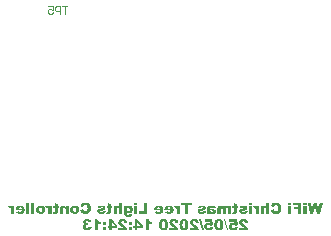
<source format=gbo>
G04*
G04 #@! TF.GenerationSoftware,Altium Limited,Altium Designer,20.1.8 (145)*
G04*
G04 Layer_Color=65535*
%FSAX44Y44*%
%MOMM*%
G71*
G04*
G04 #@! TF.SameCoordinates,4BD3250C-79EC-4D4E-AA4E-9321392E63C2*
G04*
G04*
G04 #@! TF.FilePolarity,Positive*
G04*
G01*
G75*
%ADD12C,0.1016*%
G36*
X00357062Y00128209D02*
X00354491D01*
Y00129968D01*
X00357062D01*
Y00128209D01*
D02*
G37*
G36*
X00344104D02*
X00341533D01*
Y00129968D01*
X00344104D01*
Y00128209D01*
D02*
G37*
G36*
X00310999D02*
X00308427D01*
Y00129968D01*
X00310999D01*
Y00128209D01*
D02*
G37*
G36*
X00213831Y00128209D02*
X00211259D01*
Y00129968D01*
X00213831D01*
Y00128209D01*
D02*
G37*
G36*
X00325496Y00120698D02*
X00322925D01*
Y00123912D01*
X00322908Y00124233D01*
X00322874Y00124504D01*
X00322840Y00124724D01*
X00322772Y00124910D01*
X00322722Y00125028D01*
X00322688Y00125130D01*
X00322654Y00125181D01*
X00322637Y00125198D01*
X00322519Y00125316D01*
X00322400Y00125401D01*
X00322265Y00125468D01*
X00322146Y00125502D01*
X00322045Y00125536D01*
X00321960Y00125553D01*
X00321876D01*
X00321724Y00125536D01*
X00321588Y00125519D01*
X00321487Y00125468D01*
X00321385Y00125417D01*
X00321318Y00125367D01*
X00321267Y00125333D01*
X00321233Y00125299D01*
X00321216Y00125282D01*
X00321132Y00125164D01*
X00321081Y00125028D01*
X00321013Y00124741D01*
X00320996Y00124606D01*
X00320979Y00124487D01*
Y00124419D01*
Y00124386D01*
Y00120698D01*
X00318391D01*
Y00124961D01*
X00318425Y00125417D01*
X00318493Y00125823D01*
X00318577Y00126162D01*
X00318696Y00126433D01*
X00318814Y00126652D01*
X00318899Y00126805D01*
X00318966Y00126889D01*
X00319000Y00126923D01*
X00319254Y00127143D01*
X00319508Y00127295D01*
X00319795Y00127414D01*
X00320049Y00127481D01*
X00320286Y00127532D01*
X00320489Y00127549D01*
X00320556Y00127566D01*
X00320658D01*
X00320912Y00127549D01*
X00321148Y00127532D01*
X00321368Y00127498D01*
X00321538Y00127447D01*
X00321690Y00127397D01*
X00321791Y00127363D01*
X00321876Y00127346D01*
X00321893Y00127329D01*
X00322079Y00127227D01*
X00322265Y00127109D01*
X00322434Y00126974D01*
X00322603Y00126855D01*
X00322739Y00126737D01*
X00322840Y00126636D01*
X00322908Y00126568D01*
X00322925Y00126551D01*
Y00129968D01*
X00325496D01*
Y00120698D01*
D02*
G37*
G36*
X00200974Y00120698D02*
X00198403D01*
Y00123912D01*
X00198386Y00124233D01*
X00198352Y00124504D01*
X00198319Y00124724D01*
X00198251Y00124910D01*
X00198200Y00125028D01*
X00198166Y00125130D01*
X00198132Y00125181D01*
X00198116Y00125197D01*
X00197997Y00125316D01*
X00197879Y00125400D01*
X00197743Y00125468D01*
X00197625Y00125502D01*
X00197523Y00125536D01*
X00197439Y00125553D01*
X00197354D01*
X00197202Y00125536D01*
X00197067Y00125519D01*
X00196965Y00125468D01*
X00196864Y00125417D01*
X00196796Y00125367D01*
X00196745Y00125333D01*
X00196711Y00125299D01*
X00196695Y00125282D01*
X00196610Y00125164D01*
X00196559Y00125028D01*
X00196492Y00124741D01*
X00196475Y00124606D01*
X00196458Y00124487D01*
Y00124419D01*
Y00124386D01*
Y00120698D01*
X00193869D01*
Y00124961D01*
X00193903Y00125417D01*
X00193971Y00125823D01*
X00194056Y00126162D01*
X00194174Y00126432D01*
X00194292Y00126652D01*
X00194377Y00126805D01*
X00194445Y00126889D01*
X00194478Y00126923D01*
X00194732Y00127143D01*
X00194986Y00127295D01*
X00195273Y00127414D01*
X00195527Y00127481D01*
X00195764Y00127532D01*
X00195967Y00127549D01*
X00196035Y00127566D01*
X00196136D01*
X00196390Y00127549D01*
X00196627Y00127532D01*
X00196847Y00127498D01*
X00197016Y00127447D01*
X00197168Y00127397D01*
X00197270Y00127363D01*
X00197354Y00127346D01*
X00197371Y00127329D01*
X00197557Y00127227D01*
X00197743Y00127109D01*
X00197913Y00126974D01*
X00198082Y00126855D01*
X00198217Y00126737D01*
X00198319Y00126635D01*
X00198386Y00126568D01*
X00198403Y00126551D01*
Y00129968D01*
X00200974D01*
Y00120698D01*
D02*
G37*
G36*
X00288635Y00127549D02*
X00288889Y00127532D01*
X00289109Y00127481D01*
X00289295Y00127430D01*
X00289447Y00127380D01*
X00289549Y00127346D01*
X00289633Y00127312D01*
X00289650Y00127295D01*
X00289853Y00127177D01*
X00290039Y00127058D01*
X00290208Y00126906D01*
X00290378Y00126754D01*
X00290513Y00126635D01*
X00290614Y00126517D01*
X00290682Y00126449D01*
X00290699Y00126416D01*
Y00127414D01*
X00293101D01*
Y00120698D01*
X00290513D01*
Y00124115D01*
X00290496Y00124386D01*
X00290462Y00124606D01*
X00290428Y00124791D01*
X00290378Y00124944D01*
X00290327Y00125062D01*
X00290276Y00125147D01*
X00290259Y00125197D01*
X00290242Y00125215D01*
X00290124Y00125333D01*
X00290005Y00125417D01*
X00289887Y00125468D01*
X00289769Y00125519D01*
X00289650Y00125536D01*
X00289566Y00125553D01*
X00289498D01*
X00289312Y00125519D01*
X00289160Y00125468D01*
X00289058Y00125417D01*
X00289041Y00125384D01*
X00289024D01*
X00288889Y00125248D01*
X00288804Y00125130D01*
X00288754Y00125028D01*
X00288737Y00124994D01*
Y00124978D01*
X00288720Y00124910D01*
X00288703Y00124825D01*
X00288686Y00124622D01*
Y00124538D01*
Y00124453D01*
Y00124403D01*
Y00124386D01*
Y00120698D01*
X00286098D01*
Y00124166D01*
X00286081Y00124419D01*
X00286047Y00124639D01*
X00286013Y00124825D01*
X00285962Y00124961D01*
X00285912Y00125079D01*
X00285861Y00125147D01*
X00285844Y00125197D01*
X00285827Y00125215D01*
X00285725Y00125333D01*
X00285590Y00125417D01*
X00285472Y00125468D01*
X00285353Y00125519D01*
X00285252Y00125536D01*
X00285167Y00125553D01*
X00285100D01*
X00284964Y00125536D01*
X00284829Y00125502D01*
X00284727Y00125434D01*
X00284626Y00125384D01*
X00284558Y00125316D01*
X00284508Y00125248D01*
X00284474Y00125215D01*
X00284457Y00125197D01*
X00284389Y00125113D01*
X00284355Y00124994D01*
X00284288Y00124775D01*
Y00124673D01*
X00284271Y00124588D01*
Y00124538D01*
Y00124521D01*
Y00120698D01*
X00281682D01*
Y00124910D01*
Y00125164D01*
X00281716Y00125384D01*
X00281784Y00125807D01*
X00281868Y00126145D01*
X00281987Y00126432D01*
X00282105Y00126652D01*
X00282190Y00126805D01*
X00282258Y00126889D01*
X00282292Y00126923D01*
X00282545Y00127143D01*
X00282816Y00127295D01*
X00283086Y00127414D01*
X00283357Y00127481D01*
X00283611Y00127532D01*
X00283797Y00127549D01*
X00283882Y00127566D01*
X00283983D01*
X00284254Y00127549D01*
X00284491Y00127532D01*
X00284711Y00127481D01*
X00284880Y00127447D01*
X00285032Y00127397D01*
X00285150Y00127346D01*
X00285218Y00127329D01*
X00285235Y00127312D01*
X00285421Y00127211D01*
X00285607Y00127075D01*
X00285793Y00126923D01*
X00285962Y00126771D01*
X00286115Y00126635D01*
X00286233Y00126517D01*
X00286301Y00126449D01*
X00286334Y00126416D01*
X00286453Y00126618D01*
X00286571Y00126788D01*
X00286707Y00126940D01*
X00286825Y00127058D01*
X00286927Y00127160D01*
X00287011Y00127227D01*
X00287079Y00127261D01*
X00287096Y00127278D01*
X00287282Y00127380D01*
X00287485Y00127447D01*
X00287705Y00127498D01*
X00287908Y00127532D01*
X00288094Y00127549D01*
X00288229Y00127566D01*
X00288364D01*
X00288635Y00127549D01*
D02*
G37*
G36*
X00207419D02*
X00207639Y00127532D01*
X00208029Y00127430D01*
X00208367Y00127312D01*
X00208654Y00127160D01*
X00208891Y00127008D01*
X00209060Y00126872D01*
X00209111Y00126821D01*
X00209162Y00126771D01*
X00209179Y00126754D01*
X00209196Y00126737D01*
X00209331Y00126568D01*
X00209433Y00126399D01*
X00209619Y00126010D01*
X00209754Y00125620D01*
X00209839Y00125231D01*
X00209906Y00124893D01*
X00209923Y00124741D01*
Y00124606D01*
X00209940Y00124504D01*
Y00124419D01*
Y00124369D01*
Y00124352D01*
X00209923Y00123861D01*
X00209855Y00123421D01*
X00209754Y00123049D01*
X00209652Y00122728D01*
X00209602Y00122592D01*
X00209551Y00122474D01*
X00209500Y00122373D01*
X00209449Y00122288D01*
X00209416Y00122220D01*
X00209382Y00122170D01*
X00209365Y00122153D01*
Y00122136D01*
X00209196Y00121933D01*
X00209027Y00121747D01*
X00208841Y00121594D01*
X00208671Y00121459D01*
X00208485Y00121341D01*
X00208299Y00121256D01*
X00208130Y00121171D01*
X00207961Y00121121D01*
X00207656Y00121036D01*
X00207521Y00121002D01*
X00207403Y00120985D01*
X00207318Y00120968D01*
X00207183D01*
X00206929Y00120985D01*
X00206692Y00121019D01*
X00206472Y00121070D01*
X00206269Y00121121D01*
X00206117Y00121171D01*
X00205982Y00121222D01*
X00205914Y00121256D01*
X00205880Y00121273D01*
X00205745Y00121357D01*
X00205609Y00121459D01*
X00205474Y00121560D01*
X00205356Y00121679D01*
X00205254Y00121763D01*
X00205187Y00121848D01*
X00205136Y00121899D01*
X00205119Y00121916D01*
Y00120901D01*
X00205136Y00120647D01*
X00205170Y00120444D01*
X00205203Y00120275D01*
X00205254Y00120123D01*
X00205322Y00120021D01*
X00205356Y00119953D01*
X00205389Y00119903D01*
X00205406Y00119886D01*
X00205525Y00119784D01*
X00205660Y00119717D01*
X00205795Y00119649D01*
X00205931Y00119615D01*
X00206049Y00119598D01*
X00206151Y00119581D01*
X00206252D01*
X00206404Y00119598D01*
X00206540Y00119615D01*
X00206658Y00119649D01*
X00206760Y00119683D01*
X00206844Y00119717D01*
X00206912Y00119750D01*
X00206946Y00119784D01*
X00206963D01*
X00207030Y00119852D01*
X00207098Y00119920D01*
X00207183Y00120072D01*
X00207216Y00120140D01*
X00207233Y00120207D01*
X00207250Y00120241D01*
Y00120258D01*
X00209754Y00120546D01*
Y00120410D01*
Y00120309D01*
Y00120224D01*
Y00120207D01*
X00209737Y00120021D01*
X00209720Y00119852D01*
X00209636Y00119530D01*
X00209517Y00119243D01*
X00209382Y00119023D01*
X00209246Y00118837D01*
X00209128Y00118702D01*
X00209043Y00118617D01*
X00209010Y00118583D01*
X00208857Y00118482D01*
X00208671Y00118380D01*
X00208468Y00118296D01*
X00208248Y00118228D01*
X00207792Y00118126D01*
X00207335Y00118059D01*
X00207115Y00118025D01*
X00206895Y00118008D01*
X00206709Y00117991D01*
X00206540D01*
X00206404Y00117974D01*
X00205897D01*
X00205609Y00118008D01*
X00205339Y00118025D01*
X00205102Y00118059D01*
X00204916Y00118093D01*
X00204781Y00118110D01*
X00204696Y00118143D01*
X00204662D01*
X00204408Y00118211D01*
X00204188Y00118296D01*
X00204002Y00118363D01*
X00203833Y00118448D01*
X00203698Y00118532D01*
X00203613Y00118600D01*
X00203546Y00118634D01*
X00203529Y00118651D01*
X00203360Y00118786D01*
X00203224Y00118939D01*
X00203089Y00119108D01*
X00202987Y00119243D01*
X00202903Y00119378D01*
X00202852Y00119480D01*
X00202818Y00119564D01*
X00202801Y00119581D01*
X00202717Y00119801D01*
X00202649Y00120004D01*
X00202598Y00120207D01*
X00202565Y00120393D01*
X00202548Y00120546D01*
X00202531Y00120664D01*
Y00120732D01*
Y00120765D01*
Y00121070D01*
Y00127414D01*
X00204950D01*
Y00126416D01*
X00205119Y00126635D01*
X00205288Y00126805D01*
X00205440Y00126957D01*
X00205592Y00127092D01*
X00205711Y00127177D01*
X00205812Y00127244D01*
X00205880Y00127278D01*
X00205897Y00127295D01*
X00206100Y00127380D01*
X00206320Y00127447D01*
X00206540Y00127498D01*
X00206743Y00127532D01*
X00206929Y00127549D01*
X00207064Y00127566D01*
X00207200D01*
X00207419Y00127549D01*
D02*
G37*
G36*
X00277335D02*
X00277555Y00127532D01*
X00277758Y00127515D01*
X00277927Y00127481D01*
X00278062Y00127464D01*
X00278130Y00127447D01*
X00278164D01*
X00278384Y00127414D01*
X00278570Y00127363D01*
X00278739Y00127312D01*
X00278874Y00127261D01*
X00278976Y00127211D01*
X00279060Y00127177D01*
X00279111Y00127160D01*
X00279128Y00127143D01*
X00279297Y00127041D01*
X00279450Y00126923D01*
X00279585Y00126821D01*
X00279686Y00126720D01*
X00279771Y00126635D01*
X00279839Y00126568D01*
X00279872Y00126517D01*
X00279889Y00126500D01*
X00279974Y00126348D01*
X00280058Y00126179D01*
X00280126Y00126010D01*
X00280177Y00125857D01*
X00280228Y00125705D01*
X00280245Y00125587D01*
X00280278Y00125519D01*
Y00125485D01*
X00277809Y00125231D01*
X00277758Y00125384D01*
X00277690Y00125502D01*
X00277623Y00125604D01*
X00277555Y00125688D01*
X00277504Y00125756D01*
X00277453Y00125790D01*
X00277437Y00125823D01*
X00277419D01*
X00277284Y00125891D01*
X00277132Y00125942D01*
X00276828Y00126010D01*
X00276692D01*
X00276574Y00126026D01*
X00276303D01*
X00276151Y00125993D01*
X00276032Y00125959D01*
X00275948Y00125925D01*
X00275863Y00125891D01*
X00275812Y00125857D01*
X00275796Y00125840D01*
X00275779Y00125823D01*
X00275711Y00125739D01*
X00275660Y00125637D01*
X00275593Y00125434D01*
Y00125333D01*
X00275576Y00125248D01*
Y00125197D01*
Y00125181D01*
X00275931Y00125045D01*
X00276083Y00124994D01*
X00276218Y00124944D01*
X00276337Y00124910D01*
X00276422Y00124876D01*
X00276489Y00124859D01*
X00276506D01*
X00276591Y00124842D01*
X00276709Y00124809D01*
X00276980Y00124741D01*
X00277284Y00124673D01*
X00277606Y00124606D01*
X00277893Y00124555D01*
X00278029Y00124521D01*
X00278147Y00124504D01*
X00278248Y00124487D01*
X00278316Y00124470D01*
X00278367Y00124453D01*
X00278384D01*
X00278604Y00124403D01*
X00278807Y00124352D01*
X00279145Y00124233D01*
X00279433Y00124115D01*
X00279669Y00123996D01*
X00279839Y00123895D01*
X00279957Y00123810D01*
X00280025Y00123743D01*
X00280042Y00123726D01*
X00280194Y00123540D01*
X00280295Y00123320D01*
X00280380Y00123117D01*
X00280431Y00122914D01*
X00280464Y00122745D01*
X00280481Y00122609D01*
Y00122508D01*
Y00122491D01*
Y00122474D01*
X00280448Y00122170D01*
X00280380Y00121916D01*
X00280295Y00121679D01*
X00280177Y00121476D01*
X00280058Y00121307D01*
X00279974Y00121188D01*
X00279906Y00121121D01*
X00279872Y00121087D01*
X00279619Y00120901D01*
X00279314Y00120782D01*
X00279010Y00120681D01*
X00278722Y00120613D01*
X00278451Y00120579D01*
X00278333Y00120562D01*
X00278232D01*
X00278147Y00120546D01*
X00278029D01*
X00277707Y00120562D01*
X00277403Y00120596D01*
X00277132Y00120630D01*
X00276895Y00120681D01*
X00276709Y00120732D01*
X00276557Y00120782D01*
X00276472Y00120799D01*
X00276438Y00120816D01*
X00276252Y00120901D01*
X00276083Y00121019D01*
X00275914Y00121121D01*
X00275762Y00121239D01*
X00275626Y00121341D01*
X00275525Y00121425D01*
X00275457Y00121493D01*
X00275440Y00121510D01*
X00275406Y00121324D01*
X00275373Y00121188D01*
X00275356Y00121121D01*
Y00121087D01*
X00275305Y00120968D01*
X00275237Y00120850D01*
X00275170Y00120749D01*
X00275153Y00120715D01*
Y00120698D01*
X00272734D01*
X00272869Y00120968D01*
X00272903Y00121087D01*
X00272937Y00121188D01*
X00272971Y00121273D01*
X00272987Y00121324D01*
X00273004Y00121357D01*
Y00121374D01*
X00273021Y00121493D01*
X00273038Y00121611D01*
X00273055Y00121848D01*
Y00121950D01*
Y00122034D01*
Y00122102D01*
Y00122119D01*
Y00125079D01*
Y00125265D01*
X00273089Y00125434D01*
X00273123Y00125604D01*
X00273157Y00125756D01*
X00273190Y00125891D01*
X00273224Y00125993D01*
X00273241Y00126060D01*
X00273258Y00126077D01*
X00273326Y00126263D01*
X00273410Y00126432D01*
X00273495Y00126568D01*
X00273580Y00126686D01*
X00273647Y00126771D01*
X00273715Y00126838D01*
X00273749Y00126872D01*
X00273766Y00126889D01*
X00273952Y00127024D01*
X00274155Y00127143D01*
X00274341Y00127244D01*
X00274527Y00127312D01*
X00274696Y00127363D01*
X00274831Y00127397D01*
X00274916Y00127430D01*
X00274950D01*
X00275220Y00127481D01*
X00275525Y00127515D01*
X00275846Y00127532D01*
X00276134Y00127549D01*
X00276405Y00127566D01*
X00277081D01*
X00277335Y00127549D01*
D02*
G37*
G36*
X00368853Y00120698D02*
X00366045D01*
X00364421Y00126534D01*
X00362797Y00120698D01*
X00359972D01*
X00357925Y00129968D01*
X00360648D01*
X00361629Y00124775D01*
X00363067Y00129968D01*
X00365774D01*
X00367212Y00124792D01*
X00368193Y00129968D01*
X00370900D01*
X00368853Y00120698D01*
D02*
G37*
G36*
X00331467Y00130103D02*
X00331856Y00130070D01*
X00332212Y00130002D01*
X00332550Y00129934D01*
X00332855Y00129833D01*
X00333142Y00129731D01*
X00333413Y00129613D01*
X00333633Y00129511D01*
X00333853Y00129393D01*
X00334022Y00129274D01*
X00334174Y00129173D01*
X00334309Y00129071D01*
X00334394Y00129004D01*
X00334479Y00128936D01*
X00334512Y00128902D01*
X00334529Y00128885D01*
X00334749Y00128649D01*
X00334935Y00128378D01*
X00335088Y00128107D01*
X00335240Y00127820D01*
X00335358Y00127515D01*
X00335443Y00127227D01*
X00335527Y00126940D01*
X00335595Y00126652D01*
X00335646Y00126382D01*
X00335680Y00126145D01*
X00335714Y00125925D01*
X00335730Y00125722D01*
Y00125570D01*
X00335747Y00125451D01*
Y00125384D01*
Y00125350D01*
X00335714Y00124741D01*
X00335680Y00124453D01*
X00335646Y00124183D01*
X00335578Y00123929D01*
X00335527Y00123692D01*
X00335460Y00123472D01*
X00335392Y00123286D01*
X00335341Y00123100D01*
X00335274Y00122948D01*
X00335206Y00122812D01*
X00335155Y00122711D01*
X00335121Y00122626D01*
X00335088Y00122559D01*
X00335054Y00122525D01*
Y00122508D01*
X00334783Y00122119D01*
X00334512Y00121797D01*
X00334225Y00121544D01*
X00333971Y00121324D01*
X00333751Y00121172D01*
X00333565Y00121053D01*
X00333497Y00121019D01*
X00333447Y00120985D01*
X00333430Y00120969D01*
X00333413D01*
X00333024Y00120833D01*
X00332618Y00120732D01*
X00332195Y00120647D01*
X00331806Y00120596D01*
X00331620Y00120579D01*
X00331451Y00120562D01*
X00331315D01*
X00331180Y00120546D01*
X00330926D01*
X00330486Y00120562D01*
X00330080Y00120596D01*
X00329725Y00120664D01*
X00329437Y00120732D01*
X00329201Y00120782D01*
X00329015Y00120850D01*
X00328964Y00120867D01*
X00328913Y00120884D01*
X00328896Y00120901D01*
X00328879D01*
X00328592Y00121053D01*
X00328321Y00121222D01*
X00328101Y00121391D01*
X00327898Y00121560D01*
X00327746Y00121730D01*
X00327627Y00121848D01*
X00327543Y00121933D01*
X00327526Y00121966D01*
X00327323Y00122254D01*
X00327171Y00122542D01*
X00327018Y00122829D01*
X00326917Y00123117D01*
X00326815Y00123354D01*
X00326765Y00123557D01*
X00326748Y00123624D01*
X00326731Y00123675D01*
X00326714Y00123709D01*
Y00123726D01*
X00329218Y00124504D01*
X00329302Y00124183D01*
X00329404Y00123912D01*
X00329505Y00123675D01*
X00329607Y00123489D01*
X00329691Y00123337D01*
X00329776Y00123235D01*
X00329827Y00123168D01*
X00329843Y00123151D01*
X00330013Y00122998D01*
X00330216Y00122880D01*
X00330419Y00122812D01*
X00330622Y00122745D01*
X00330808Y00122711D01*
X00330960Y00122694D01*
X00331095D01*
X00331400Y00122711D01*
X00331654Y00122779D01*
X00331890Y00122863D01*
X00332076Y00122982D01*
X00332212Y00123083D01*
X00332330Y00123168D01*
X00332398Y00123235D01*
X00332415Y00123252D01*
X00332499Y00123371D01*
X00332567Y00123506D01*
X00332685Y00123827D01*
X00332753Y00124183D01*
X00332821Y00124521D01*
X00332855Y00124842D01*
Y00124995D01*
X00332872Y00125113D01*
Y00125215D01*
Y00125299D01*
Y00125350D01*
Y00125367D01*
X00332855Y00125807D01*
X00332804Y00126179D01*
X00332753Y00126483D01*
X00332668Y00126737D01*
X00332601Y00126923D01*
X00332550Y00127075D01*
X00332499Y00127143D01*
X00332482Y00127177D01*
X00332381Y00127312D01*
X00332279Y00127447D01*
X00332043Y00127633D01*
X00331789Y00127786D01*
X00331552Y00127870D01*
X00331332Y00127938D01*
X00331146Y00127955D01*
X00331095Y00127972D01*
X00330841D01*
X00330689Y00127938D01*
X00330554Y00127921D01*
X00330435Y00127887D01*
X00330351Y00127853D01*
X00330266Y00127820D01*
X00330233Y00127803D01*
X00330216Y00127786D01*
X00329979Y00127633D01*
X00329793Y00127464D01*
X00329725Y00127397D01*
X00329657Y00127329D01*
X00329641Y00127295D01*
X00329623Y00127278D01*
X00329573Y00127194D01*
X00329522Y00127109D01*
X00329421Y00126906D01*
X00329387Y00126821D01*
X00329353Y00126737D01*
X00329336Y00126686D01*
Y00126669D01*
X00326799Y00127227D01*
X00326900Y00127498D01*
X00327001Y00127752D01*
X00327120Y00127972D01*
X00327238Y00128192D01*
X00327357Y00128395D01*
X00327492Y00128564D01*
X00327611Y00128733D01*
X00327729Y00128868D01*
X00327847Y00129004D01*
X00327949Y00129105D01*
X00328050Y00129207D01*
X00328135Y00129274D01*
X00328203Y00129342D01*
X00328253Y00129376D01*
X00328287Y00129410D01*
X00328304D01*
X00328507Y00129528D01*
X00328710Y00129647D01*
X00329150Y00129816D01*
X00329607Y00129951D01*
X00330063Y00130036D01*
X00330266Y00130070D01*
X00330452Y00130086D01*
X00330622Y00130103D01*
X00330774D01*
X00330892Y00130120D01*
X00331061D01*
X00331467Y00130103D01*
D02*
G37*
G36*
X00170237Y00130103D02*
X00170626Y00130070D01*
X00170982Y00130002D01*
X00171320Y00129934D01*
X00171624Y00129833D01*
X00171912Y00129731D01*
X00172183Y00129613D01*
X00172402Y00129511D01*
X00172622Y00129393D01*
X00172792Y00129274D01*
X00172944Y00129173D01*
X00173079Y00129071D01*
X00173164Y00129004D01*
X00173248Y00128936D01*
X00173282Y00128902D01*
X00173299Y00128885D01*
X00173519Y00128649D01*
X00173705Y00128378D01*
X00173857Y00128107D01*
X00174010Y00127820D01*
X00174128Y00127515D01*
X00174213Y00127227D01*
X00174297Y00126940D01*
X00174365Y00126652D01*
X00174416Y00126382D01*
X00174449Y00126145D01*
X00174483Y00125925D01*
X00174500Y00125722D01*
Y00125570D01*
X00174517Y00125451D01*
Y00125384D01*
Y00125350D01*
X00174483Y00124741D01*
X00174449Y00124453D01*
X00174416Y00124183D01*
X00174348Y00123929D01*
X00174297Y00123692D01*
X00174230Y00123472D01*
X00174162Y00123286D01*
X00174111Y00123100D01*
X00174043Y00122948D01*
X00173976Y00122812D01*
X00173925Y00122711D01*
X00173891Y00122626D01*
X00173857Y00122559D01*
X00173824Y00122525D01*
Y00122508D01*
X00173553Y00122119D01*
X00173282Y00121797D01*
X00172995Y00121544D01*
X00172741Y00121324D01*
X00172521Y00121171D01*
X00172335Y00121053D01*
X00172267Y00121019D01*
X00172216Y00120985D01*
X00172199Y00120968D01*
X00172183D01*
X00171793Y00120833D01*
X00171388Y00120732D01*
X00170965Y00120647D01*
X00170576Y00120596D01*
X00170389Y00120579D01*
X00170220Y00120562D01*
X00170085D01*
X00169950Y00120546D01*
X00169696D01*
X00169256Y00120562D01*
X00168850Y00120596D01*
X00168495Y00120664D01*
X00168207Y00120732D01*
X00167970Y00120782D01*
X00167784Y00120850D01*
X00167734Y00120867D01*
X00167683Y00120884D01*
X00167666Y00120901D01*
X00167649D01*
X00167361Y00121053D01*
X00167091Y00121222D01*
X00166871Y00121391D01*
X00166668Y00121560D01*
X00166516Y00121730D01*
X00166397Y00121848D01*
X00166313Y00121933D01*
X00166296Y00121966D01*
X00166093Y00122254D01*
X00165940Y00122542D01*
X00165788Y00122829D01*
X00165687Y00123117D01*
X00165585Y00123354D01*
X00165534Y00123557D01*
X00165518Y00123624D01*
X00165501Y00123675D01*
X00165484Y00123709D01*
Y00123726D01*
X00167987Y00124504D01*
X00168072Y00124183D01*
X00168173Y00123912D01*
X00168275Y00123675D01*
X00168376Y00123489D01*
X00168461Y00123337D01*
X00168546Y00123235D01*
X00168596Y00123168D01*
X00168613Y00123151D01*
X00168782Y00122998D01*
X00168985Y00122880D01*
X00169188Y00122812D01*
X00169391Y00122745D01*
X00169578Y00122711D01*
X00169730Y00122694D01*
X00169865D01*
X00170170Y00122711D01*
X00170423Y00122779D01*
X00170660Y00122863D01*
X00170846Y00122982D01*
X00170982Y00123083D01*
X00171100Y00123168D01*
X00171168Y00123235D01*
X00171185Y00123252D01*
X00171269Y00123371D01*
X00171337Y00123506D01*
X00171455Y00123827D01*
X00171523Y00124183D01*
X00171590Y00124521D01*
X00171624Y00124842D01*
Y00124994D01*
X00171641Y00125113D01*
Y00125215D01*
Y00125299D01*
Y00125350D01*
Y00125367D01*
X00171624Y00125807D01*
X00171574Y00126179D01*
X00171523Y00126483D01*
X00171438Y00126737D01*
X00171371Y00126923D01*
X00171320Y00127075D01*
X00171269Y00127143D01*
X00171252Y00127177D01*
X00171151Y00127312D01*
X00171049Y00127447D01*
X00170812Y00127633D01*
X00170559Y00127786D01*
X00170322Y00127870D01*
X00170102Y00127938D01*
X00169916Y00127955D01*
X00169865Y00127972D01*
X00169611D01*
X00169459Y00127938D01*
X00169324Y00127921D01*
X00169205Y00127887D01*
X00169121Y00127853D01*
X00169036Y00127820D01*
X00169002Y00127803D01*
X00168985Y00127786D01*
X00168749Y00127633D01*
X00168563Y00127464D01*
X00168495Y00127397D01*
X00168427Y00127329D01*
X00168410Y00127295D01*
X00168393Y00127278D01*
X00168343Y00127194D01*
X00168292Y00127109D01*
X00168190Y00126906D01*
X00168157Y00126821D01*
X00168123Y00126737D01*
X00168106Y00126686D01*
Y00126669D01*
X00165568Y00127227D01*
X00165670Y00127498D01*
X00165771Y00127752D01*
X00165890Y00127972D01*
X00166008Y00128192D01*
X00166126Y00128395D01*
X00166262Y00128564D01*
X00166380Y00128733D01*
X00166499Y00128868D01*
X00166617Y00129004D01*
X00166719Y00129105D01*
X00166820Y00129207D01*
X00166905Y00129274D01*
X00166972Y00129342D01*
X00167023Y00129376D01*
X00167057Y00129410D01*
X00167074D01*
X00167277Y00129528D01*
X00167480Y00129647D01*
X00167920Y00129816D01*
X00168376Y00129951D01*
X00168833Y00130036D01*
X00169036Y00130070D01*
X00169222Y00130086D01*
X00169391Y00130103D01*
X00169544D01*
X00169662Y00130120D01*
X00169831D01*
X00170237Y00130103D01*
D02*
G37*
G36*
X00298345Y00128632D02*
Y00127414D01*
X00299292Y00127414D01*
Y00125536D01*
X00298345Y00125536D01*
Y00123168D01*
X00298328Y00122779D01*
X00298311Y00122440D01*
X00298277Y00122153D01*
X00298244Y00121916D01*
X00298210Y00121747D01*
X00298176Y00121628D01*
X00298142Y00121544D01*
Y00121527D01*
X00298057Y00121357D01*
X00297939Y00121205D01*
X00297838Y00121070D01*
X00297719Y00120968D01*
X00297618Y00120884D01*
X00297533Y00120833D01*
X00297482Y00120799D01*
X00297465Y00120782D01*
X00297279Y00120698D01*
X00297043Y00120647D01*
X00296823Y00120596D01*
X00296586Y00120579D01*
X00296366Y00120562D01*
X00296197Y00120546D01*
X00296045D01*
X00295723Y00120562D01*
X00295419Y00120579D01*
X00295114Y00120613D01*
X00294843Y00120647D01*
X00294607Y00120681D01*
X00294421Y00120715D01*
X00294353Y00120732D01*
X00294302Y00120749D01*
X00294251D01*
X00294454Y00122525D01*
X00294640Y00122474D01*
X00294793Y00122440D01*
X00294928Y00122406D01*
X00295046Y00122389D01*
X00295131D01*
X00295199Y00122373D01*
X00295249D01*
X00295351Y00122389D01*
X00295452Y00122406D01*
X00295588Y00122474D01*
X00295655Y00122542D01*
X00295689Y00122576D01*
X00295706Y00122643D01*
X00295723Y00122728D01*
X00295740Y00122914D01*
X00295757Y00122998D01*
Y00123083D01*
Y00123134D01*
Y00123151D01*
Y00125536D01*
X00294336D01*
Y00127414D01*
X00295757D01*
Y00129968D01*
X00298345Y00128632D01*
D02*
G37*
G36*
X00191806D02*
Y00127414D01*
X00192753D01*
Y00125536D01*
X00191806D01*
Y00123168D01*
X00191789Y00122779D01*
X00191772Y00122440D01*
X00191738Y00122153D01*
X00191704Y00121916D01*
X00191670Y00121747D01*
X00191637Y00121628D01*
X00191603Y00121544D01*
Y00121527D01*
X00191518Y00121357D01*
X00191400Y00121205D01*
X00191298Y00121070D01*
X00191180Y00120968D01*
X00191078Y00120884D01*
X00190994Y00120833D01*
X00190943Y00120799D01*
X00190926Y00120782D01*
X00190740Y00120698D01*
X00190503Y00120647D01*
X00190283Y00120596D01*
X00190046Y00120579D01*
X00189826Y00120562D01*
X00189657Y00120546D01*
X00189505D01*
X00189184Y00120562D01*
X00188879Y00120579D01*
X00188575Y00120613D01*
X00188304Y00120647D01*
X00188067Y00120681D01*
X00187881Y00120715D01*
X00187813Y00120732D01*
X00187763Y00120749D01*
X00187712D01*
X00187915Y00122525D01*
X00188101Y00122474D01*
X00188253Y00122440D01*
X00188389Y00122406D01*
X00188507Y00122389D01*
X00188591D01*
X00188659Y00122373D01*
X00188710D01*
X00188811Y00122389D01*
X00188913Y00122406D01*
X00189048Y00122474D01*
X00189116Y00122542D01*
X00189150Y00122576D01*
X00189167Y00122643D01*
X00189184Y00122728D01*
X00189200Y00122914D01*
X00189217Y00122998D01*
Y00123083D01*
Y00123134D01*
Y00123151D01*
Y00125536D01*
X00187796D01*
Y00127414D01*
X00189217D01*
Y00129968D01*
X00191806Y00128632D01*
D02*
G37*
G36*
X00146453Y00128631D02*
Y00127414D01*
X00147400D01*
Y00125536D01*
X00146453D01*
Y00123167D01*
X00146436Y00122779D01*
X00146419Y00122440D01*
X00146385Y00122153D01*
X00146351Y00121916D01*
X00146317Y00121747D01*
X00146284Y00121628D01*
X00146250Y00121544D01*
Y00121527D01*
X00146165Y00121357D01*
X00146047Y00121205D01*
X00145945Y00121070D01*
X00145827Y00120968D01*
X00145725Y00120884D01*
X00145641Y00120833D01*
X00145590Y00120799D01*
X00145573Y00120782D01*
X00145387Y00120698D01*
X00145150Y00120647D01*
X00144930Y00120596D01*
X00144693Y00120579D01*
X00144473Y00120562D01*
X00144304Y00120546D01*
X00144152D01*
X00143831Y00120562D01*
X00143526Y00120579D01*
X00143222Y00120613D01*
X00142951Y00120647D01*
X00142714Y00120681D01*
X00142528Y00120715D01*
X00142460Y00120732D01*
X00142410Y00120749D01*
X00142359D01*
X00142562Y00122525D01*
X00142748Y00122474D01*
X00142900Y00122440D01*
X00143036Y00122406D01*
X00143154Y00122389D01*
X00143239D01*
X00143306Y00122373D01*
X00143357D01*
X00143459Y00122389D01*
X00143560Y00122406D01*
X00143695Y00122474D01*
X00143763Y00122542D01*
X00143797Y00122576D01*
X00143814Y00122643D01*
X00143831Y00122728D01*
X00143848Y00122914D01*
X00143865Y00122998D01*
Y00123083D01*
Y00123134D01*
Y00123151D01*
Y00125536D01*
X00142444D01*
Y00127414D01*
X00143865D01*
Y00129968D01*
X00146453Y00128631D01*
D02*
G37*
G36*
X00241032Y00127549D02*
X00241337Y00127532D01*
X00241624Y00127481D01*
X00241895Y00127414D01*
X00242149Y00127346D01*
X00242369Y00127261D01*
X00242589Y00127160D01*
X00242775Y00127075D01*
X00242944Y00126991D01*
X00243079Y00126889D01*
X00243215Y00126805D01*
X00243316Y00126737D01*
X00243401Y00126669D01*
X00243451Y00126635D01*
X00243485Y00126602D01*
X00243502Y00126585D01*
X00243671Y00126399D01*
X00243824Y00126196D01*
X00243959Y00125993D01*
X00244077Y00125773D01*
X00244179Y00125553D01*
X00244263Y00125350D01*
X00244382Y00124944D01*
X00244416Y00124758D01*
X00244450Y00124588D01*
X00244466Y00124419D01*
X00244483Y00124284D01*
X00244500Y00124183D01*
Y00124098D01*
Y00124047D01*
Y00124030D01*
X00244483Y00123624D01*
X00244416Y00123269D01*
X00244348Y00122931D01*
X00244247Y00122660D01*
X00244162Y00122423D01*
X00244077Y00122254D01*
X00244060Y00122186D01*
X00244027Y00122136D01*
X00244010Y00122119D01*
Y00122102D01*
X00243807Y00121814D01*
X00243604Y00121577D01*
X00243384Y00121374D01*
X00243181Y00121205D01*
X00243012Y00121087D01*
X00242859Y00120985D01*
X00242775Y00120935D01*
X00242741Y00120918D01*
X00242436Y00120799D01*
X00242098Y00120698D01*
X00241743Y00120630D01*
X00241404Y00120596D01*
X00241100Y00120562D01*
X00240982D01*
X00240863Y00120546D01*
X00240356D01*
X00240102Y00120562D01*
X00239848Y00120579D01*
X00239628Y00120613D01*
X00239408Y00120647D01*
X00239222Y00120681D01*
X00239053Y00120732D01*
X00238884Y00120765D01*
X00238749Y00120799D01*
X00238630Y00120850D01*
X00238529Y00120884D01*
X00238444Y00120918D01*
X00238377Y00120951D01*
X00238326Y00120968D01*
X00238309Y00120985D01*
X00238292D01*
X00237987Y00121171D01*
X00237717Y00121391D01*
X00237480Y00121645D01*
X00237277Y00121882D01*
X00237108Y00122102D01*
X00236972Y00122271D01*
X00236939Y00122339D01*
X00236905Y00122389D01*
X00236871Y00122423D01*
Y00122440D01*
X00239408Y00122677D01*
X00239493Y00122559D01*
X00239594Y00122474D01*
X00239662Y00122389D01*
X00239730Y00122339D01*
X00239831Y00122254D01*
X00239848Y00122237D01*
X00239865D01*
X00240000Y00122170D01*
X00240119Y00122136D01*
X00240339Y00122068D01*
X00240440D01*
X00240508Y00122051D01*
X00240576D01*
X00240795Y00122068D01*
X00240982Y00122119D01*
X00241151Y00122186D01*
X00241286Y00122271D01*
X00241404Y00122356D01*
X00241489Y00122423D01*
X00241540Y00122474D01*
X00241557Y00122491D01*
X00241641Y00122626D01*
X00241709Y00122762D01*
X00241810Y00123066D01*
X00241844Y00123201D01*
X00241861Y00123320D01*
X00241878Y00123387D01*
Y00123421D01*
X00236719D01*
Y00123709D01*
X00236736Y00124183D01*
X00236786Y00124606D01*
X00236854Y00124961D01*
X00236939Y00125282D01*
X00237023Y00125519D01*
X00237057Y00125620D01*
X00237091Y00125705D01*
X00237125Y00125773D01*
X00237142Y00125823D01*
X00237159Y00125840D01*
Y00125857D01*
X00237345Y00126145D01*
X00237548Y00126399D01*
X00237751Y00126618D01*
X00237971Y00126805D01*
X00238157Y00126940D01*
X00238309Y00127041D01*
X00238410Y00127109D01*
X00238427Y00127126D01*
X00238444D01*
X00238783Y00127278D01*
X00239155Y00127380D01*
X00239527Y00127464D01*
X00239882Y00127515D01*
X00240203Y00127549D01*
X00240356D01*
X00240474Y00127566D01*
X00240711D01*
X00241032Y00127549D01*
D02*
G37*
G36*
X00232388D02*
X00232693Y00127532D01*
X00232980Y00127481D01*
X00233251Y00127414D01*
X00233505Y00127346D01*
X00233724Y00127261D01*
X00233944Y00127160D01*
X00234130Y00127075D01*
X00234300Y00126991D01*
X00234435Y00126889D01*
X00234570Y00126805D01*
X00234672Y00126737D01*
X00234756Y00126669D01*
X00234807Y00126635D01*
X00234841Y00126602D01*
X00234858Y00126585D01*
X00235027Y00126399D01*
X00235179Y00126196D01*
X00235315Y00125993D01*
X00235433Y00125773D01*
X00235534Y00125553D01*
X00235619Y00125350D01*
X00235737Y00124944D01*
X00235771Y00124758D01*
X00235805Y00124588D01*
X00235822Y00124419D01*
X00235839Y00124284D01*
X00235856Y00124183D01*
Y00124098D01*
Y00124047D01*
Y00124030D01*
X00235839Y00123624D01*
X00235771Y00123269D01*
X00235704Y00122931D01*
X00235602Y00122660D01*
X00235518Y00122423D01*
X00235433Y00122254D01*
X00235416Y00122186D01*
X00235382Y00122136D01*
X00235365Y00122119D01*
Y00122102D01*
X00235162Y00121814D01*
X00234959Y00121577D01*
X00234739Y00121374D01*
X00234536Y00121205D01*
X00234367Y00121087D01*
X00234215Y00120985D01*
X00234130Y00120935D01*
X00234097Y00120918D01*
X00233792Y00120799D01*
X00233454Y00120698D01*
X00233099Y00120630D01*
X00232760Y00120596D01*
X00232456Y00120562D01*
X00232337D01*
X00232219Y00120546D01*
X00231711D01*
X00231458Y00120562D01*
X00231204Y00120579D01*
X00230984Y00120613D01*
X00230764Y00120647D01*
X00230578Y00120681D01*
X00230409Y00120732D01*
X00230240Y00120765D01*
X00230104Y00120799D01*
X00229986Y00120850D01*
X00229884Y00120884D01*
X00229800Y00120918D01*
X00229732Y00120951D01*
X00229681Y00120968D01*
X00229664Y00120985D01*
X00229648D01*
X00229343Y00121171D01*
X00229072Y00121391D01*
X00228836Y00121645D01*
X00228633Y00121882D01*
X00228463Y00122102D01*
X00228328Y00122271D01*
X00228294Y00122339D01*
X00228260Y00122389D01*
X00228227Y00122423D01*
Y00122440D01*
X00230764Y00122677D01*
X00230849Y00122559D01*
X00230950Y00122474D01*
X00231018Y00122389D01*
X00231085Y00122339D01*
X00231187Y00122254D01*
X00231204Y00122237D01*
X00231221D01*
X00231356Y00122170D01*
X00231475Y00122136D01*
X00231695Y00122068D01*
X00231796D01*
X00231864Y00122051D01*
X00231931D01*
X00232151Y00122068D01*
X00232337Y00122119D01*
X00232507Y00122186D01*
X00232642Y00122271D01*
X00232760Y00122356D01*
X00232845Y00122423D01*
X00232896Y00122474D01*
X00232913Y00122491D01*
X00232997Y00122626D01*
X00233065Y00122762D01*
X00233166Y00123066D01*
X00233200Y00123201D01*
X00233217Y00123320D01*
X00233234Y00123387D01*
Y00123421D01*
X00228074D01*
Y00123709D01*
X00228091Y00124183D01*
X00228142Y00124606D01*
X00228210Y00124961D01*
X00228294Y00125282D01*
X00228379Y00125519D01*
X00228413Y00125620D01*
X00228447Y00125705D01*
X00228480Y00125773D01*
X00228497Y00125823D01*
X00228514Y00125840D01*
Y00125857D01*
X00228700Y00126145D01*
X00228903Y00126399D01*
X00229106Y00126618D01*
X00229326Y00126805D01*
X00229512Y00126940D01*
X00229664Y00127041D01*
X00229766Y00127109D01*
X00229783Y00127126D01*
X00229800D01*
X00230138Y00127278D01*
X00230510Y00127380D01*
X00230882Y00127464D01*
X00231238Y00127515D01*
X00231559Y00127549D01*
X00231711D01*
X00231830Y00127566D01*
X00232067D01*
X00232388Y00127549D01*
D02*
G37*
G36*
X00115056Y00127549D02*
X00115360Y00127532D01*
X00115648Y00127481D01*
X00115919Y00127414D01*
X00116172Y00127346D01*
X00116392Y00127261D01*
X00116612Y00127160D01*
X00116798Y00127075D01*
X00116967Y00126991D01*
X00117103Y00126889D01*
X00117238Y00126805D01*
X00117340Y00126737D01*
X00117424Y00126669D01*
X00117475Y00126635D01*
X00117509Y00126602D01*
X00117526Y00126585D01*
X00117695Y00126399D01*
X00117847Y00126196D01*
X00117983Y00125993D01*
X00118101Y00125773D01*
X00118202Y00125553D01*
X00118287Y00125350D01*
X00118405Y00124944D01*
X00118439Y00124758D01*
X00118473Y00124588D01*
X00118490Y00124419D01*
X00118507Y00124284D01*
X00118524Y00124183D01*
Y00124098D01*
Y00124047D01*
Y00124030D01*
X00118507Y00123624D01*
X00118439Y00123269D01*
X00118371Y00122931D01*
X00118270Y00122660D01*
X00118186Y00122423D01*
X00118101Y00122254D01*
X00118084Y00122186D01*
X00118050Y00122136D01*
X00118033Y00122119D01*
Y00122102D01*
X00117830Y00121814D01*
X00117627Y00121577D01*
X00117407Y00121374D01*
X00117204Y00121205D01*
X00117035Y00121087D01*
X00116883Y00120985D01*
X00116798Y00120935D01*
X00116764Y00120918D01*
X00116460Y00120799D01*
X00116122Y00120698D01*
X00115766Y00120630D01*
X00115428Y00120596D01*
X00115124Y00120562D01*
X00115005D01*
X00114887Y00120546D01*
X00114379D01*
X00114125Y00120562D01*
X00113872Y00120579D01*
X00113652Y00120613D01*
X00113432Y00120647D01*
X00113246Y00120681D01*
X00113077Y00120732D01*
X00112907Y00120765D01*
X00112772Y00120799D01*
X00112654Y00120850D01*
X00112552Y00120884D01*
X00112468Y00120918D01*
X00112400Y00120951D01*
X00112349Y00120968D01*
X00112332Y00120985D01*
X00112316D01*
X00112011Y00121171D01*
X00111740Y00121391D01*
X00111503Y00121645D01*
X00111300Y00121882D01*
X00111131Y00122102D01*
X00110996Y00122271D01*
X00110962Y00122339D01*
X00110928Y00122389D01*
X00110894Y00122423D01*
Y00122440D01*
X00113432Y00122677D01*
X00113517Y00122559D01*
X00113618Y00122474D01*
X00113686Y00122389D01*
X00113753Y00122339D01*
X00113855Y00122254D01*
X00113872Y00122237D01*
X00113889D01*
X00114024Y00122170D01*
X00114142Y00122136D01*
X00114362Y00122068D01*
X00114464D01*
X00114531Y00122051D01*
X00114599D01*
X00114819Y00122068D01*
X00115005Y00122119D01*
X00115174Y00122186D01*
X00115310Y00122271D01*
X00115428Y00122356D01*
X00115513Y00122423D01*
X00115563Y00122474D01*
X00115580Y00122491D01*
X00115665Y00122626D01*
X00115733Y00122762D01*
X00115834Y00123066D01*
X00115868Y00123201D01*
X00115885Y00123320D01*
X00115902Y00123387D01*
Y00123421D01*
X00110742D01*
Y00123709D01*
X00110759Y00124183D01*
X00110810Y00124605D01*
X00110878Y00124961D01*
X00110962Y00125282D01*
X00111047Y00125519D01*
X00111081Y00125620D01*
X00111114Y00125705D01*
X00111148Y00125773D01*
X00111165Y00125823D01*
X00111182Y00125840D01*
Y00125857D01*
X00111368Y00126145D01*
X00111571Y00126399D01*
X00111774Y00126618D01*
X00111994Y00126805D01*
X00112180Y00126940D01*
X00112332Y00127041D01*
X00112434Y00127109D01*
X00112451Y00127126D01*
X00112468D01*
X00112806Y00127278D01*
X00113178Y00127380D01*
X00113550Y00127464D01*
X00113906Y00127515D01*
X00114227Y00127549D01*
X00114379D01*
X00114498Y00127566D01*
X00114734D01*
X00115056Y00127549D01*
D02*
G37*
G36*
X00357062Y00120698D02*
X00354491D01*
Y00127414D01*
X00357062D01*
Y00120698D01*
D02*
G37*
G36*
X00352664D02*
X00349788D01*
Y00124487D01*
X00346185D01*
Y00126365D01*
X00349788D01*
Y00127972D01*
X00345576D01*
Y00129968D01*
X00352664D01*
Y00120698D01*
D02*
G37*
G36*
X00344104D02*
X00341533D01*
Y00127414D01*
X00344104D01*
Y00120698D01*
D02*
G37*
G36*
X00312978Y00127549D02*
X00313147Y00127532D01*
X00313316Y00127481D01*
X00313451Y00127430D01*
X00313553Y00127380D01*
X00313638Y00127346D01*
X00313688Y00127312D01*
X00313705Y00127295D01*
X00313841Y00127177D01*
X00313959Y00127024D01*
X00314196Y00126703D01*
X00314280Y00126551D01*
X00314348Y00126433D01*
X00314399Y00126348D01*
X00314416Y00126314D01*
Y00127414D01*
X00316818D01*
Y00120698D01*
X00314230D01*
Y00122948D01*
Y00123235D01*
X00314213Y00123506D01*
X00314196Y00123743D01*
X00314162Y00123963D01*
X00314145Y00124166D01*
X00314111Y00124352D01*
X00314077Y00124504D01*
X00314027Y00124656D01*
X00313993Y00124775D01*
X00313959Y00124876D01*
X00313925Y00124961D01*
X00313908Y00125028D01*
X00313857Y00125113D01*
X00313841Y00125147D01*
X00313722Y00125282D01*
X00313587Y00125384D01*
X00313468Y00125468D01*
X00313333Y00125519D01*
X00313215Y00125553D01*
X00313130Y00125570D01*
X00312944D01*
X00312826Y00125536D01*
X00312589Y00125468D01*
X00312487Y00125434D01*
X00312403Y00125401D01*
X00312352Y00125384D01*
X00312335Y00125367D01*
X00311523Y00127211D01*
X00311777Y00127329D01*
X00312014Y00127414D01*
X00312217Y00127481D01*
X00312403Y00127515D01*
X00312555Y00127549D01*
X00312673Y00127566D01*
X00312775D01*
X00312978Y00127549D01*
D02*
G37*
G36*
X00310999Y00120698D02*
X00308427D01*
Y00127414D01*
X00310999D01*
Y00120698D01*
D02*
G37*
G36*
X00259776Y00127684D02*
X00256849D01*
Y00120698D01*
X00253990D01*
Y00127684D01*
X00251064D01*
Y00129968D01*
X00259776D01*
Y00127684D01*
D02*
G37*
G36*
X00246056Y00127549D02*
X00246226Y00127532D01*
X00246395Y00127481D01*
X00246530Y00127430D01*
X00246632Y00127380D01*
X00246716Y00127346D01*
X00246767Y00127312D01*
X00246784Y00127295D01*
X00246919Y00127177D01*
X00247038Y00127024D01*
X00247274Y00126703D01*
X00247359Y00126551D01*
X00247427Y00126432D01*
X00247477Y00126348D01*
X00247494Y00126314D01*
Y00127414D01*
X00249897D01*
Y00120698D01*
X00247308D01*
Y00122948D01*
Y00123235D01*
X00247291Y00123506D01*
X00247274Y00123743D01*
X00247241Y00123963D01*
X00247224Y00124166D01*
X00247190Y00124352D01*
X00247156Y00124504D01*
X00247105Y00124656D01*
X00247071Y00124775D01*
X00247038Y00124876D01*
X00247004Y00124961D01*
X00246987Y00125028D01*
X00246936Y00125113D01*
X00246919Y00125147D01*
X00246801Y00125282D01*
X00246665Y00125384D01*
X00246547Y00125468D01*
X00246412Y00125519D01*
X00246293Y00125553D01*
X00246209Y00125570D01*
X00246023D01*
X00245904Y00125536D01*
X00245667Y00125468D01*
X00245566Y00125434D01*
X00245481Y00125400D01*
X00245431Y00125384D01*
X00245414Y00125367D01*
X00244602Y00127211D01*
X00244855Y00127329D01*
X00245092Y00127414D01*
X00245295Y00127481D01*
X00245481Y00127515D01*
X00245634Y00127549D01*
X00245752Y00127566D01*
X00245854D01*
X00246056Y00127549D01*
D02*
G37*
G36*
X00222407Y00120698D02*
X00215066D01*
Y00122982D01*
X00219548D01*
Y00129968D01*
X00222407D01*
Y00120698D01*
D02*
G37*
G36*
X00213831D02*
X00211259D01*
Y00127414D01*
X00213831D01*
Y00120698D01*
D02*
G37*
G36*
X00151088Y00127549D02*
X00151342Y00127515D01*
X00151578Y00127481D01*
X00151781Y00127430D01*
X00151934Y00127363D01*
X00152052Y00127329D01*
X00152120Y00127295D01*
X00152154Y00127278D01*
X00152357Y00127160D01*
X00152543Y00127008D01*
X00152729Y00126855D01*
X00152898Y00126686D01*
X00153033Y00126551D01*
X00153135Y00126432D01*
X00153219Y00126348D01*
X00153236Y00126314D01*
Y00127414D01*
X00155622Y00127414D01*
Y00120698D01*
X00153050Y00120698D01*
Y00123912D01*
X00153033Y00124233D01*
X00152999Y00124504D01*
X00152966Y00124724D01*
X00152898Y00124910D01*
X00152847Y00125028D01*
X00152813Y00125130D01*
X00152780Y00125181D01*
X00152763Y00125197D01*
X00152644Y00125316D01*
X00152526Y00125400D01*
X00152390Y00125468D01*
X00152272Y00125502D01*
X00152170Y00125536D01*
X00152086Y00125553D01*
X00152001D01*
X00151849Y00125536D01*
X00151714Y00125519D01*
X00151612Y00125468D01*
X00151511Y00125417D01*
X00151443Y00125367D01*
X00151392Y00125333D01*
X00151358Y00125299D01*
X00151342Y00125282D01*
X00151257Y00125164D01*
X00151206Y00125028D01*
X00151139Y00124741D01*
X00151122Y00124605D01*
X00151105Y00124487D01*
Y00124419D01*
Y00124385D01*
Y00120698D01*
X00148517D01*
Y00124961D01*
X00148550Y00125417D01*
X00148618Y00125823D01*
X00148703Y00126162D01*
X00148821Y00126432D01*
X00148940Y00126652D01*
X00149024Y00126805D01*
X00149092Y00126889D01*
X00149126Y00126923D01*
X00149379Y00127143D01*
X00149650Y00127295D01*
X00149921Y00127414D01*
X00150191Y00127481D01*
X00150428Y00127532D01*
X00150631Y00127549D01*
X00150699Y00127566D01*
X00150800D01*
X00151088Y00127549D01*
D02*
G37*
G36*
X00137352D02*
X00137521Y00127532D01*
X00137690Y00127481D01*
X00137825Y00127430D01*
X00137927Y00127380D01*
X00138012Y00127346D01*
X00138062Y00127312D01*
X00138079Y00127295D01*
X00138215Y00127177D01*
X00138333Y00127024D01*
X00138570Y00126703D01*
X00138654Y00126551D01*
X00138722Y00126432D01*
X00138773Y00126348D01*
X00138790Y00126314D01*
Y00127414D01*
X00141192D01*
Y00120698D01*
X00138604D01*
Y00122948D01*
Y00123235D01*
X00138587Y00123506D01*
X00138570Y00123743D01*
X00138536Y00123963D01*
X00138519Y00124166D01*
X00138485Y00124352D01*
X00138451Y00124504D01*
X00138401Y00124656D01*
X00138367Y00124775D01*
X00138333Y00124876D01*
X00138299Y00124961D01*
X00138282Y00125028D01*
X00138231Y00125113D01*
X00138215Y00125147D01*
X00138096Y00125282D01*
X00137961Y00125384D01*
X00137842Y00125468D01*
X00137707Y00125519D01*
X00137589Y00125553D01*
X00137504Y00125570D01*
X00137318D01*
X00137199Y00125536D01*
X00136963Y00125468D01*
X00136861Y00125434D01*
X00136777Y00125400D01*
X00136726Y00125384D01*
X00136709Y00125367D01*
X00135897Y00127211D01*
X00136151Y00127329D01*
X00136388Y00127414D01*
X00136590Y00127481D01*
X00136777Y00127515D01*
X00136929Y00127549D01*
X00137047Y00127566D01*
X00137149D01*
X00137352Y00127549D01*
D02*
G37*
G36*
X00126745Y00120698D02*
X00124157D01*
Y00129968D01*
X00126745D01*
Y00120698D01*
D02*
G37*
G36*
X00122431D02*
X00119843D01*
Y00129968D01*
X00122431D01*
Y00120698D01*
D02*
G37*
G36*
X00105684Y00127549D02*
X00105853Y00127532D01*
X00106023Y00127481D01*
X00106158Y00127430D01*
X00106259Y00127380D01*
X00106344Y00127346D01*
X00106395Y00127312D01*
X00106412Y00127295D01*
X00106547Y00127177D01*
X00106665Y00127024D01*
X00106902Y00126703D01*
X00106987Y00126551D01*
X00107055Y00126432D01*
X00107105Y00126348D01*
X00107122Y00126314D01*
Y00127414D01*
X00109524D01*
Y00120698D01*
X00106936D01*
Y00122948D01*
Y00123235D01*
X00106919Y00123506D01*
X00106902Y00123743D01*
X00106868Y00123963D01*
X00106852Y00124166D01*
X00106818Y00124352D01*
X00106784Y00124504D01*
X00106733Y00124656D01*
X00106699Y00124775D01*
X00106665Y00124876D01*
X00106632Y00124961D01*
X00106615Y00125028D01*
X00106564Y00125113D01*
X00106547Y00125147D01*
X00106429Y00125282D01*
X00106293Y00125384D01*
X00106175Y00125468D01*
X00106039Y00125519D01*
X00105921Y00125553D01*
X00105836Y00125570D01*
X00105650D01*
X00105532Y00125536D01*
X00105295Y00125468D01*
X00105194Y00125434D01*
X00105109Y00125400D01*
X00105058Y00125384D01*
X00105041Y00125367D01*
X00104229Y00127211D01*
X00104483Y00127329D01*
X00104720Y00127414D01*
X00104923Y00127481D01*
X00105109Y00127515D01*
X00105261Y00127549D01*
X00105380Y00127566D01*
X00105481D01*
X00105684Y00127549D01*
D02*
G37*
G36*
X00304097Y00127549D02*
X00304469Y00127532D01*
X00304773Y00127481D01*
X00305027Y00127447D01*
X00305247Y00127397D01*
X00305399Y00127346D01*
X00305484Y00127329D01*
X00305518Y00127312D01*
X00305755Y00127211D01*
X00305974Y00127109D01*
X00306144Y00126991D01*
X00306296Y00126872D01*
X00306431Y00126771D01*
X00306516Y00126686D01*
X00306567Y00126618D01*
X00306583Y00126602D01*
X00306702Y00126416D01*
X00306803Y00126229D01*
X00306871Y00126026D01*
X00306905Y00125857D01*
X00306939Y00125688D01*
X00306956Y00125570D01*
Y00125485D01*
Y00125451D01*
X00306939Y00125231D01*
X00306905Y00125028D01*
X00306837Y00124859D01*
X00306770Y00124690D01*
X00306719Y00124572D01*
X00306651Y00124470D01*
X00306617Y00124403D01*
X00306600Y00124386D01*
X00306465Y00124216D01*
X00306313Y00124081D01*
X00306177Y00123963D01*
X00306042Y00123878D01*
X00305924Y00123793D01*
X00305822Y00123743D01*
X00305755Y00123726D01*
X00305738Y00123709D01*
X00305636Y00123675D01*
X00305501Y00123624D01*
X00305230Y00123557D01*
X00304909Y00123489D01*
X00304604Y00123421D01*
X00304317Y00123354D01*
X00304181Y00123337D01*
X00304080Y00123303D01*
X00303995Y00123286D01*
X00303911D01*
X00303877Y00123269D01*
X00303860D01*
X00303555Y00123218D01*
X00303302Y00123168D01*
X00303116Y00123117D01*
X00302980Y00123083D01*
X00302879Y00123049D01*
X00302811Y00123015D01*
X00302777Y00122998D01*
X00302760D01*
X00302659Y00122931D01*
X00302591Y00122863D01*
X00302540Y00122795D01*
X00302507Y00122728D01*
X00302473Y00122626D01*
Y00122592D01*
Y00122576D01*
X00302490Y00122491D01*
X00302507Y00122406D01*
X00302591Y00122271D01*
X00302676Y00122203D01*
X00302693Y00122170D01*
X00302710D01*
X00302828Y00122102D01*
X00302946Y00122051D01*
X00303200Y00121983D01*
X00303319Y00121966D01*
X00303420Y00121950D01*
X00303505D01*
X00303674Y00121966D01*
X00303826Y00121983D01*
X00303961Y00122017D01*
X00304063Y00122051D01*
X00304147Y00122085D01*
X00304215Y00122102D01*
X00304249Y00122136D01*
X00304266D01*
X00304367Y00122220D01*
X00304452Y00122322D01*
X00304570Y00122559D01*
X00304621Y00122660D01*
X00304655Y00122728D01*
X00304689Y00122795D01*
Y00122812D01*
X00307243Y00122576D01*
X00307142Y00122237D01*
X00306989Y00121933D01*
X00306837Y00121662D01*
X00306668Y00121459D01*
X00306499Y00121290D01*
X00306364Y00121172D01*
X00306279Y00121087D01*
X00306245Y00121070D01*
X00306093Y00120985D01*
X00305907Y00120901D01*
X00305501Y00120765D01*
X00305078Y00120681D01*
X00304638Y00120613D01*
X00304435Y00120596D01*
X00304249Y00120579D01*
X00304080Y00120562D01*
X00303927D01*
X00303792Y00120546D01*
X00303623D01*
X00303166Y00120562D01*
X00302760Y00120596D01*
X00302405Y00120647D01*
X00302118Y00120715D01*
X00301881Y00120765D01*
X00301712Y00120816D01*
X00301610Y00120850D01*
X00301576Y00120867D01*
X00301306Y00121002D01*
X00301086Y00121138D01*
X00300883Y00121290D01*
X00300730Y00121425D01*
X00300612Y00121544D01*
X00300527Y00121645D01*
X00300477Y00121713D01*
X00300460Y00121730D01*
X00300341Y00121933D01*
X00300257Y00122136D01*
X00300189Y00122339D01*
X00300155Y00122508D01*
X00300121Y00122660D01*
X00300104Y00122762D01*
Y00122846D01*
Y00122863D01*
X00300121Y00123066D01*
X00300155Y00123269D01*
X00300206Y00123455D01*
X00300274Y00123607D01*
X00300341Y00123726D01*
X00300392Y00123827D01*
X00300426Y00123895D01*
X00300443Y00123912D01*
X00300578Y00124081D01*
X00300730Y00124233D01*
X00300900Y00124369D01*
X00301052Y00124470D01*
X00301187Y00124555D01*
X00301306Y00124606D01*
X00301373Y00124639D01*
X00301407Y00124656D01*
X00301661Y00124758D01*
X00301965Y00124842D01*
X00302287Y00124910D01*
X00302591Y00124961D01*
X00302879Y00125012D01*
X00302997Y00125028D01*
X00303116Y00125045D01*
X00303200D01*
X00303268Y00125062D01*
X00303319D01*
X00303606Y00125096D01*
X00303843Y00125147D01*
X00304046Y00125181D01*
X00304181Y00125215D01*
X00304300Y00125248D01*
X00304367Y00125282D01*
X00304401Y00125299D01*
X00304418D01*
X00304503Y00125350D01*
X00304553Y00125401D01*
X00304621Y00125536D01*
X00304655Y00125637D01*
Y00125654D01*
Y00125671D01*
X00304638Y00125756D01*
X00304621Y00125823D01*
X00304553Y00125942D01*
X00304503Y00126010D01*
X00304469Y00126043D01*
X00304384Y00126094D01*
X00304283Y00126145D01*
X00304063Y00126196D01*
X00303978Y00126213D01*
X00303674D01*
X00303521Y00126179D01*
X00303403Y00126145D01*
X00303285Y00126111D01*
X00303200Y00126077D01*
X00303132Y00126043D01*
X00303099Y00126026D01*
X00303082Y00126010D01*
X00302946Y00125874D01*
X00302845Y00125722D01*
X00302811Y00125654D01*
X00302777Y00125587D01*
X00302760Y00125553D01*
Y00125536D01*
X00300324Y00125773D01*
X00300426Y00126010D01*
X00300527Y00126213D01*
X00300646Y00126382D01*
X00300747Y00126534D01*
X00300832Y00126652D01*
X00300900Y00126737D01*
X00300950Y00126788D01*
X00300967Y00126805D01*
X00301119Y00126940D01*
X00301289Y00127058D01*
X00301441Y00127160D01*
X00301593Y00127244D01*
X00301728Y00127295D01*
X00301830Y00127346D01*
X00301898Y00127380D01*
X00301931D01*
X00302168Y00127447D01*
X00302439Y00127481D01*
X00302726Y00127515D01*
X00303014Y00127549D01*
X00303285D01*
X00303386Y00127566D01*
X00303691D01*
X00304097Y00127549D01*
D02*
G37*
G36*
X00268826Y00127549D02*
X00269198Y00127532D01*
X00269503Y00127481D01*
X00269756Y00127447D01*
X00269976Y00127397D01*
X00270129Y00127346D01*
X00270213Y00127329D01*
X00270247Y00127312D01*
X00270484Y00127211D01*
X00270704Y00127109D01*
X00270873Y00126991D01*
X00271025Y00126872D01*
X00271161Y00126771D01*
X00271245Y00126686D01*
X00271296Y00126618D01*
X00271313Y00126602D01*
X00271431Y00126416D01*
X00271533Y00126229D01*
X00271600Y00126026D01*
X00271634Y00125857D01*
X00271668Y00125688D01*
X00271685Y00125570D01*
Y00125485D01*
Y00125451D01*
X00271668Y00125231D01*
X00271634Y00125028D01*
X00271567Y00124859D01*
X00271499Y00124690D01*
X00271448Y00124572D01*
X00271380Y00124470D01*
X00271346Y00124403D01*
X00271330Y00124386D01*
X00271194Y00124216D01*
X00271042Y00124081D01*
X00270907Y00123963D01*
X00270771Y00123878D01*
X00270653Y00123793D01*
X00270551Y00123743D01*
X00270484Y00123726D01*
X00270467Y00123709D01*
X00270365Y00123675D01*
X00270230Y00123624D01*
X00269959Y00123557D01*
X00269638Y00123489D01*
X00269333Y00123421D01*
X00269046Y00123354D01*
X00268911Y00123337D01*
X00268809Y00123303D01*
X00268724Y00123286D01*
X00268640D01*
X00268606Y00123269D01*
X00268589D01*
X00268285Y00123218D01*
X00268031Y00123168D01*
X00267845Y00123117D01*
X00267710Y00123083D01*
X00267608Y00123049D01*
X00267540Y00123015D01*
X00267507Y00122998D01*
X00267490D01*
X00267388Y00122931D01*
X00267320Y00122863D01*
X00267270Y00122795D01*
X00267236Y00122728D01*
X00267202Y00122626D01*
Y00122592D01*
Y00122576D01*
X00267219Y00122491D01*
X00267236Y00122406D01*
X00267320Y00122271D01*
X00267405Y00122203D01*
X00267422Y00122170D01*
X00267439D01*
X00267557Y00122102D01*
X00267676Y00122051D01*
X00267929Y00121983D01*
X00268048Y00121966D01*
X00268149Y00121950D01*
X00268234D01*
X00268403Y00121966D01*
X00268555Y00121983D01*
X00268691Y00122017D01*
X00268792Y00122051D01*
X00268877Y00122085D01*
X00268944Y00122102D01*
X00268978Y00122136D01*
X00268995D01*
X00269097Y00122220D01*
X00269181Y00122322D01*
X00269300Y00122559D01*
X00269350Y00122660D01*
X00269384Y00122728D01*
X00269418Y00122795D01*
Y00122812D01*
X00271973Y00122576D01*
X00271871Y00122237D01*
X00271719Y00121933D01*
X00271567Y00121662D01*
X00271397Y00121459D01*
X00271228Y00121290D01*
X00271093Y00121171D01*
X00271008Y00121087D01*
X00270974Y00121070D01*
X00270822Y00120985D01*
X00270636Y00120901D01*
X00270230Y00120765D01*
X00269807Y00120681D01*
X00269367Y00120613D01*
X00269164Y00120596D01*
X00268978Y00120579D01*
X00268809Y00120562D01*
X00268657D01*
X00268521Y00120546D01*
X00268352D01*
X00267896Y00120562D01*
X00267490Y00120596D01*
X00267134Y00120647D01*
X00266847Y00120715D01*
X00266610Y00120765D01*
X00266441Y00120816D01*
X00266339Y00120850D01*
X00266306Y00120867D01*
X00266035Y00121002D01*
X00265815Y00121138D01*
X00265612Y00121290D01*
X00265460Y00121425D01*
X00265341Y00121544D01*
X00265257Y00121645D01*
X00265206Y00121713D01*
X00265189Y00121730D01*
X00265071Y00121933D01*
X00264986Y00122136D01*
X00264918Y00122339D01*
X00264884Y00122508D01*
X00264851Y00122660D01*
X00264834Y00122762D01*
Y00122846D01*
Y00122863D01*
X00264851Y00123066D01*
X00264884Y00123269D01*
X00264935Y00123455D01*
X00265003Y00123607D01*
X00265071Y00123726D01*
X00265121Y00123827D01*
X00265155Y00123895D01*
X00265172Y00123912D01*
X00265307Y00124081D01*
X00265460Y00124233D01*
X00265629Y00124369D01*
X00265781Y00124470D01*
X00265916Y00124555D01*
X00266035Y00124606D01*
X00266103Y00124639D01*
X00266136Y00124656D01*
X00266390Y00124758D01*
X00266695Y00124842D01*
X00267016Y00124910D01*
X00267320Y00124961D01*
X00267608Y00125012D01*
X00267726Y00125028D01*
X00267845Y00125045D01*
X00267929D01*
X00267997Y00125062D01*
X00268048D01*
X00268335Y00125096D01*
X00268572Y00125147D01*
X00268775Y00125181D01*
X00268911Y00125215D01*
X00269029Y00125248D01*
X00269097Y00125282D01*
X00269130Y00125299D01*
X00269147D01*
X00269232Y00125350D01*
X00269283Y00125400D01*
X00269350Y00125536D01*
X00269384Y00125637D01*
Y00125654D01*
Y00125671D01*
X00269367Y00125756D01*
X00269350Y00125823D01*
X00269283Y00125942D01*
X00269232Y00126010D01*
X00269198Y00126043D01*
X00269114Y00126094D01*
X00269012Y00126145D01*
X00268792Y00126196D01*
X00268708Y00126213D01*
X00268403D01*
X00268251Y00126179D01*
X00268132Y00126145D01*
X00268014Y00126111D01*
X00267929Y00126077D01*
X00267862Y00126043D01*
X00267828Y00126026D01*
X00267811Y00126010D01*
X00267676Y00125874D01*
X00267574Y00125722D01*
X00267540Y00125654D01*
X00267507Y00125587D01*
X00267490Y00125553D01*
Y00125536D01*
X00265054Y00125773D01*
X00265155Y00126010D01*
X00265257Y00126213D01*
X00265375Y00126382D01*
X00265477Y00126534D01*
X00265561Y00126652D01*
X00265629Y00126737D01*
X00265680Y00126788D01*
X00265697Y00126805D01*
X00265849Y00126940D01*
X00266018Y00127058D01*
X00266170Y00127160D01*
X00266322Y00127244D01*
X00266458Y00127295D01*
X00266559Y00127346D01*
X00266627Y00127380D01*
X00266661D01*
X00266898Y00127447D01*
X00267168Y00127481D01*
X00267456Y00127515D01*
X00267743Y00127549D01*
X00268014D01*
X00268116Y00127566D01*
X00268420D01*
X00268826Y00127549D01*
D02*
G37*
G36*
X00183889D02*
X00184261Y00127532D01*
X00184565Y00127481D01*
X00184819Y00127447D01*
X00185039Y00127397D01*
X00185191Y00127346D01*
X00185276Y00127329D01*
X00185310Y00127312D01*
X00185547Y00127211D01*
X00185767Y00127109D01*
X00185936Y00126991D01*
X00186088Y00126872D01*
X00186223Y00126771D01*
X00186308Y00126686D01*
X00186359Y00126618D01*
X00186376Y00126602D01*
X00186494Y00126416D01*
X00186595Y00126229D01*
X00186663Y00126026D01*
X00186697Y00125857D01*
X00186731Y00125688D01*
X00186748Y00125570D01*
Y00125485D01*
Y00125451D01*
X00186731Y00125231D01*
X00186697Y00125028D01*
X00186629Y00124859D01*
X00186562Y00124690D01*
X00186511Y00124572D01*
X00186443Y00124470D01*
X00186409Y00124403D01*
X00186392Y00124386D01*
X00186257Y00124216D01*
X00186105Y00124081D01*
X00185970Y00123963D01*
X00185834Y00123878D01*
X00185716Y00123793D01*
X00185614Y00123743D01*
X00185547Y00123726D01*
X00185530Y00123709D01*
X00185428Y00123675D01*
X00185293Y00123624D01*
X00185022Y00123557D01*
X00184701Y00123489D01*
X00184396Y00123421D01*
X00184109Y00123354D01*
X00183973Y00123337D01*
X00183872Y00123303D01*
X00183787Y00123286D01*
X00183703D01*
X00183669Y00123269D01*
X00183652D01*
X00183347Y00123218D01*
X00183094Y00123168D01*
X00182908Y00123117D01*
X00182772Y00123083D01*
X00182671Y00123049D01*
X00182603Y00123015D01*
X00182569Y00122998D01*
X00182552D01*
X00182451Y00122931D01*
X00182383Y00122863D01*
X00182332Y00122795D01*
X00182299Y00122728D01*
X00182265Y00122626D01*
Y00122592D01*
Y00122576D01*
X00182282Y00122491D01*
X00182299Y00122406D01*
X00182383Y00122271D01*
X00182468Y00122203D01*
X00182485Y00122170D01*
X00182502D01*
X00182620Y00122102D01*
X00182738Y00122051D01*
X00182992Y00121983D01*
X00183111Y00121966D01*
X00183212Y00121950D01*
X00183297D01*
X00183466Y00121966D01*
X00183618Y00121983D01*
X00183753Y00122017D01*
X00183855Y00122051D01*
X00183939Y00122085D01*
X00184007Y00122102D01*
X00184041Y00122136D01*
X00184058D01*
X00184159Y00122220D01*
X00184244Y00122322D01*
X00184362Y00122559D01*
X00184413Y00122660D01*
X00184447Y00122728D01*
X00184481Y00122795D01*
Y00122812D01*
X00187035Y00122576D01*
X00186934Y00122237D01*
X00186782Y00121933D01*
X00186629Y00121662D01*
X00186460Y00121459D01*
X00186291Y00121290D01*
X00186156Y00121171D01*
X00186071Y00121087D01*
X00186037Y00121070D01*
X00185885Y00120985D01*
X00185699Y00120901D01*
X00185293Y00120765D01*
X00184870Y00120681D01*
X00184430Y00120613D01*
X00184227Y00120596D01*
X00184041Y00120579D01*
X00183872Y00120562D01*
X00183720D01*
X00183584Y00120546D01*
X00183415D01*
X00182958Y00120562D01*
X00182552Y00120596D01*
X00182197Y00120647D01*
X00181910Y00120715D01*
X00181673Y00120765D01*
X00181504Y00120816D01*
X00181402Y00120850D01*
X00181368Y00120867D01*
X00181098Y00121002D01*
X00180878Y00121138D01*
X00180675Y00121290D01*
X00180522Y00121425D01*
X00180404Y00121544D01*
X00180319Y00121645D01*
X00180269Y00121713D01*
X00180252Y00121730D01*
X00180133Y00121933D01*
X00180049Y00122136D01*
X00179981Y00122339D01*
X00179947Y00122508D01*
X00179913Y00122660D01*
X00179897Y00122762D01*
Y00122846D01*
Y00122863D01*
X00179913Y00123066D01*
X00179947Y00123269D01*
X00179998Y00123455D01*
X00180066Y00123607D01*
X00180133Y00123726D01*
X00180184Y00123827D01*
X00180218Y00123895D01*
X00180235Y00123912D01*
X00180370Y00124081D01*
X00180522Y00124233D01*
X00180692Y00124369D01*
X00180844Y00124470D01*
X00180979Y00124555D01*
X00181098Y00124606D01*
X00181165Y00124639D01*
X00181199Y00124656D01*
X00181453Y00124758D01*
X00181757Y00124842D01*
X00182079Y00124910D01*
X00182383Y00124961D01*
X00182671Y00125012D01*
X00182789Y00125028D01*
X00182908Y00125045D01*
X00182992D01*
X00183060Y00125062D01*
X00183111D01*
X00183398Y00125096D01*
X00183635Y00125147D01*
X00183838Y00125181D01*
X00183973Y00125215D01*
X00184092Y00125248D01*
X00184159Y00125282D01*
X00184193Y00125299D01*
X00184210D01*
X00184295Y00125350D01*
X00184345Y00125400D01*
X00184413Y00125536D01*
X00184447Y00125637D01*
Y00125654D01*
Y00125671D01*
X00184430Y00125756D01*
X00184413Y00125823D01*
X00184345Y00125942D01*
X00184295Y00126010D01*
X00184261Y00126043D01*
X00184176Y00126094D01*
X00184075Y00126145D01*
X00183855Y00126196D01*
X00183770Y00126213D01*
X00183466D01*
X00183314Y00126179D01*
X00183195Y00126145D01*
X00183077Y00126111D01*
X00182992Y00126077D01*
X00182924Y00126043D01*
X00182891Y00126026D01*
X00182874Y00126010D01*
X00182738Y00125874D01*
X00182637Y00125722D01*
X00182603Y00125654D01*
X00182569Y00125587D01*
X00182552Y00125553D01*
Y00125536D01*
X00180116Y00125773D01*
X00180218Y00126010D01*
X00180319Y00126213D01*
X00180438Y00126382D01*
X00180539Y00126534D01*
X00180624Y00126652D01*
X00180692Y00126737D01*
X00180742Y00126788D01*
X00180759Y00126805D01*
X00180912Y00126940D01*
X00181081Y00127058D01*
X00181233Y00127160D01*
X00181385Y00127244D01*
X00181521Y00127295D01*
X00181622Y00127346D01*
X00181690Y00127380D01*
X00181723D01*
X00181960Y00127447D01*
X00182231Y00127481D01*
X00182519Y00127515D01*
X00182806Y00127549D01*
X00183077D01*
X00183178Y00127566D01*
X00183483D01*
X00183889Y00127549D01*
D02*
G37*
G36*
X00161068D02*
X00161373Y00127515D01*
X00161661Y00127481D01*
X00161931Y00127414D01*
X00162185Y00127329D01*
X00162422Y00127244D01*
X00162625Y00127160D01*
X00162811Y00127075D01*
X00162980Y00126974D01*
X00163132Y00126889D01*
X00163268Y00126805D01*
X00163369Y00126720D01*
X00163454Y00126652D01*
X00163505Y00126618D01*
X00163538Y00126585D01*
X00163555Y00126568D01*
X00163741Y00126382D01*
X00163894Y00126179D01*
X00164029Y00125959D01*
X00164147Y00125756D01*
X00164249Y00125536D01*
X00164333Y00125333D01*
X00164452Y00124927D01*
X00164503Y00124741D01*
X00164536Y00124572D01*
X00164553Y00124419D01*
X00164570Y00124284D01*
X00164587Y00124183D01*
Y00124098D01*
Y00124047D01*
Y00124030D01*
X00164570Y00123726D01*
X00164536Y00123438D01*
X00164469Y00123168D01*
X00164401Y00122914D01*
X00164300Y00122677D01*
X00164198Y00122457D01*
X00164097Y00122254D01*
X00163978Y00122068D01*
X00163860Y00121916D01*
X00163758Y00121763D01*
X00163657Y00121645D01*
X00163555Y00121544D01*
X00163488Y00121459D01*
X00163420Y00121408D01*
X00163386Y00121374D01*
X00163369Y00121357D01*
X00163183Y00121222D01*
X00162963Y00121087D01*
X00162540Y00120884D01*
X00162100Y00120749D01*
X00161677Y00120647D01*
X00161491Y00120613D01*
X00161305Y00120596D01*
X00161153Y00120562D01*
X00161018D01*
X00160899Y00120546D01*
X00160747D01*
X00160409Y00120562D01*
X00160104Y00120596D01*
X00159800Y00120630D01*
X00159529Y00120698D01*
X00159275Y00120765D01*
X00159039Y00120850D01*
X00158819Y00120951D01*
X00158633Y00121036D01*
X00158463Y00121121D01*
X00158311Y00121222D01*
X00158176Y00121307D01*
X00158074Y00121374D01*
X00157990Y00121442D01*
X00157939Y00121493D01*
X00157905Y00121510D01*
X00157888Y00121527D01*
X00157702Y00121713D01*
X00157550Y00121916D01*
X00157415Y00122136D01*
X00157296Y00122339D01*
X00157195Y00122559D01*
X00157110Y00122762D01*
X00156992Y00123168D01*
X00156941Y00123354D01*
X00156907Y00123523D01*
X00156890Y00123675D01*
X00156873Y00123810D01*
X00156856Y00123912D01*
Y00123996D01*
Y00124047D01*
Y00124064D01*
X00156873Y00124318D01*
X00156890Y00124555D01*
X00156992Y00125012D01*
X00157127Y00125400D01*
X00157279Y00125739D01*
X00157364Y00125891D01*
X00157431Y00126010D01*
X00157499Y00126128D01*
X00157567Y00126213D01*
X00157618Y00126280D01*
X00157668Y00126348D01*
X00157685Y00126365D01*
X00157702Y00126382D01*
X00157905Y00126585D01*
X00158125Y00126771D01*
X00158362Y00126923D01*
X00158616Y00127075D01*
X00158869Y00127177D01*
X00159123Y00127278D01*
X00159377Y00127363D01*
X00159614Y00127414D01*
X00159834Y00127464D01*
X00160054Y00127498D01*
X00160257Y00127532D01*
X00160409Y00127549D01*
X00160561Y00127566D01*
X00160747D01*
X00161068Y00127549D01*
D02*
G37*
G36*
X00132277Y00127549D02*
X00132581Y00127515D01*
X00132869Y00127481D01*
X00133140Y00127414D01*
X00133393Y00127329D01*
X00133630Y00127244D01*
X00133833Y00127160D01*
X00134019Y00127075D01*
X00134188Y00126974D01*
X00134341Y00126889D01*
X00134476Y00126805D01*
X00134578Y00126720D01*
X00134662Y00126652D01*
X00134713Y00126618D01*
X00134747Y00126585D01*
X00134763Y00126568D01*
X00134950Y00126382D01*
X00135102Y00126179D01*
X00135237Y00125959D01*
X00135356Y00125756D01*
X00135457Y00125536D01*
X00135542Y00125333D01*
X00135660Y00124927D01*
X00135711Y00124741D01*
X00135745Y00124572D01*
X00135762Y00124419D01*
X00135779Y00124284D01*
X00135795Y00124183D01*
Y00124098D01*
Y00124047D01*
Y00124030D01*
X00135779Y00123726D01*
X00135745Y00123438D01*
X00135677Y00123167D01*
X00135609Y00122914D01*
X00135508Y00122677D01*
X00135406Y00122457D01*
X00135305Y00122254D01*
X00135186Y00122068D01*
X00135068Y00121916D01*
X00134966Y00121763D01*
X00134865Y00121645D01*
X00134763Y00121544D01*
X00134696Y00121459D01*
X00134628Y00121408D01*
X00134594Y00121374D01*
X00134578Y00121357D01*
X00134391Y00121222D01*
X00134171Y00121087D01*
X00133749Y00120884D01*
X00133309Y00120749D01*
X00132886Y00120647D01*
X00132700Y00120613D01*
X00132514Y00120596D01*
X00132361Y00120562D01*
X00132226D01*
X00132108Y00120546D01*
X00131955D01*
X00131617Y00120562D01*
X00131313Y00120596D01*
X00131008Y00120630D01*
X00130737Y00120698D01*
X00130484Y00120765D01*
X00130247Y00120850D01*
X00130027Y00120951D01*
X00129841Y00121036D01*
X00129672Y00121121D01*
X00129520Y00121222D01*
X00129384Y00121307D01*
X00129283Y00121374D01*
X00129198Y00121442D01*
X00129147Y00121493D01*
X00129114Y00121510D01*
X00129096Y00121527D01*
X00128911Y00121713D01*
X00128758Y00121916D01*
X00128623Y00122136D01*
X00128504Y00122339D01*
X00128403Y00122559D01*
X00128318Y00122762D01*
X00128200Y00123167D01*
X00128149Y00123354D01*
X00128115Y00123523D01*
X00128098Y00123675D01*
X00128082Y00123810D01*
X00128065Y00123912D01*
Y00123996D01*
Y00124047D01*
Y00124064D01*
X00128082Y00124318D01*
X00128098Y00124555D01*
X00128200Y00125011D01*
X00128335Y00125400D01*
X00128488Y00125739D01*
X00128572Y00125891D01*
X00128640Y00126010D01*
X00128708Y00126128D01*
X00128775Y00126213D01*
X00128826Y00126280D01*
X00128877Y00126348D01*
X00128893Y00126365D01*
X00128911Y00126382D01*
X00129114Y00126585D01*
X00129333Y00126771D01*
X00129570Y00126923D01*
X00129824Y00127075D01*
X00130078Y00127177D01*
X00130331Y00127278D01*
X00130585Y00127363D01*
X00130822Y00127414D01*
X00131042Y00127464D01*
X00131262Y00127498D01*
X00131465Y00127532D01*
X00131617Y00127549D01*
X00131769Y00127566D01*
X00131955D01*
X00132277Y00127549D01*
D02*
G37*
G36*
X00171895Y00116086D02*
X00172149Y00116069D01*
X00172386Y00116019D01*
X00172605Y00115968D01*
X00172808Y00115917D01*
X00172995Y00115866D01*
X00173147Y00115816D01*
X00173299Y00115748D01*
X00173434Y00115697D01*
X00173536Y00115646D01*
X00173620Y00115596D01*
X00173705Y00115545D01*
X00173756Y00115528D01*
X00173773Y00115494D01*
X00173790D01*
X00174094Y00115240D01*
X00174331Y00114953D01*
X00174534Y00114649D01*
X00174686Y00114361D01*
X00174805Y00114107D01*
X00174839Y00113989D01*
X00174889Y00113887D01*
X00174906Y00113820D01*
X00174923Y00113752D01*
X00174940Y00113718D01*
Y00113701D01*
X00172504Y00113278D01*
X00172453Y00113515D01*
X00172402Y00113718D01*
X00172335Y00113870D01*
X00172284Y00114006D01*
X00172216Y00114107D01*
X00172183Y00114175D01*
X00172149Y00114209D01*
X00172132Y00114226D01*
X00172013Y00114327D01*
X00171895Y00114395D01*
X00171777Y00114445D01*
X00171658Y00114479D01*
X00171540Y00114496D01*
X00171455Y00114513D01*
X00171388D01*
X00171218Y00114496D01*
X00171083Y00114479D01*
X00170965Y00114429D01*
X00170863Y00114395D01*
X00170779Y00114344D01*
X00170728Y00114293D01*
X00170694Y00114276D01*
X00170677Y00114259D01*
X00170592Y00114158D01*
X00170525Y00114039D01*
X00170491Y00113938D01*
X00170457Y00113820D01*
X00170440Y00113735D01*
X00170423Y00113650D01*
Y00113600D01*
Y00113583D01*
X00170440Y00113431D01*
X00170474Y00113278D01*
X00170542Y00113143D01*
X00170592Y00113041D01*
X00170660Y00112940D01*
X00170728Y00112872D01*
X00170762Y00112838D01*
X00170779Y00112822D01*
X00170914Y00112720D01*
X00171049Y00112652D01*
X00171201Y00112585D01*
X00171320Y00112551D01*
X00171438Y00112534D01*
X00171540Y00112517D01*
X00171726D01*
X00171844Y00112534D01*
X00171963D01*
X00172081Y00110707D01*
X00171895Y00110758D01*
X00171726Y00110792D01*
X00171590Y00110825D01*
X00171472Y00110842D01*
X00171371Y00110859D01*
X00171252D01*
X00171049Y00110842D01*
X00170863Y00110808D01*
X00170711Y00110741D01*
X00170576Y00110690D01*
X00170474Y00110622D01*
X00170406Y00110555D01*
X00170356Y00110521D01*
X00170339Y00110504D01*
X00170220Y00110352D01*
X00170136Y00110199D01*
X00170085Y00110030D01*
X00170034Y00109878D01*
X00170017Y00109726D01*
X00170000Y00109607D01*
Y00109540D01*
Y00109506D01*
X00170017Y00109286D01*
X00170051Y00109083D01*
X00170119Y00108897D01*
X00170170Y00108762D01*
X00170237Y00108643D01*
X00170305Y00108559D01*
X00170339Y00108508D01*
X00170356Y00108491D01*
X00170491Y00108372D01*
X00170626Y00108271D01*
X00170779Y00108203D01*
X00170914Y00108169D01*
X00171032Y00108136D01*
X00171134Y00108119D01*
X00171218D01*
X00171404Y00108136D01*
X00171557Y00108169D01*
X00171709Y00108203D01*
X00171827Y00108271D01*
X00171912Y00108322D01*
X00171996Y00108356D01*
X00172030Y00108389D01*
X00172047Y00108406D01*
X00172149Y00108542D01*
X00172250Y00108711D01*
X00172386Y00109066D01*
X00172436Y00109235D01*
X00172470Y00109370D01*
X00172504Y00109455D01*
Y00109489D01*
X00175075Y00109134D01*
X00174974Y00108829D01*
X00174855Y00108542D01*
X00174754Y00108305D01*
X00174636Y00108085D01*
X00174534Y00107916D01*
X00174449Y00107797D01*
X00174382Y00107730D01*
X00174365Y00107696D01*
X00174179Y00107493D01*
X00173976Y00107324D01*
X00173773Y00107171D01*
X00173587Y00107053D01*
X00173417Y00106952D01*
X00173282Y00106884D01*
X00173198Y00106850D01*
X00173164Y00106833D01*
X00172859Y00106732D01*
X00172538Y00106664D01*
X00172199Y00106613D01*
X00171878Y00106579D01*
X00171607Y00106562D01*
X00171472D01*
X00171371Y00106545D01*
X00171168D01*
X00170711Y00106562D01*
X00170288Y00106613D01*
X00169933Y00106664D01*
X00169628Y00106749D01*
X00169391Y00106816D01*
X00169290Y00106850D01*
X00169222Y00106867D01*
X00169155Y00106901D01*
X00169104Y00106918D01*
X00169087Y00106935D01*
X00169070D01*
X00168782Y00107104D01*
X00168546Y00107290D01*
X00168343Y00107476D01*
X00168157Y00107662D01*
X00168021Y00107831D01*
X00167937Y00107966D01*
X00167869Y00108051D01*
X00167852Y00108085D01*
X00167700Y00108372D01*
X00167598Y00108643D01*
X00167514Y00108897D01*
X00167463Y00109151D01*
X00167429Y00109354D01*
X00167412Y00109506D01*
Y00109607D01*
Y00109624D01*
Y00109641D01*
X00167429Y00109878D01*
X00167446Y00110081D01*
X00167497Y00110267D01*
X00167547Y00110436D01*
X00167598Y00110555D01*
X00167632Y00110656D01*
X00167666Y00110724D01*
X00167683Y00110741D01*
X00167784Y00110910D01*
X00167903Y00111062D01*
X00168021Y00111198D01*
X00168140Y00111299D01*
X00168241Y00111384D01*
X00168326Y00111451D01*
X00168376Y00111485D01*
X00168393Y00111502D01*
X00168512Y00111570D01*
X00168647Y00111620D01*
X00168901Y00111722D01*
X00169019Y00111756D01*
X00169121Y00111790D01*
X00169188Y00111806D01*
X00169205D01*
X00168969Y00111942D01*
X00168766Y00112094D01*
X00168596Y00112246D01*
X00168461Y00112365D01*
X00168360Y00112483D01*
X00168292Y00112568D01*
X00168241Y00112635D01*
X00168224Y00112652D01*
X00168106Y00112838D01*
X00168021Y00113025D01*
X00167970Y00113211D01*
X00167920Y00113380D01*
X00167903Y00113515D01*
X00167886Y00113633D01*
Y00113701D01*
Y00113735D01*
X00167903Y00113921D01*
X00167920Y00114107D01*
X00168004Y00114445D01*
X00168140Y00114733D01*
X00168292Y00114970D01*
X00168444Y00115173D01*
X00168563Y00115325D01*
X00168664Y00115410D01*
X00168681Y00115443D01*
X00168698D01*
X00168867Y00115562D01*
X00169036Y00115663D01*
X00169459Y00115833D01*
X00169882Y00115951D01*
X00170322Y00116036D01*
X00170525Y00116069D01*
X00170711Y00116086D01*
X00170880Y00116103D01*
X00171032D01*
X00171168Y00116120D01*
X00171337D01*
X00171895Y00116086D01*
D02*
G37*
G36*
X00304249Y00116103D02*
X00304655Y00116069D01*
X00305010Y00116019D01*
X00305298Y00115951D01*
X00305535Y00115883D01*
X00305704Y00115833D01*
X00305805Y00115799D01*
X00305822Y00115782D01*
X00305839D01*
X00306110Y00115647D01*
X00306330Y00115494D01*
X00306533Y00115342D01*
X00306685Y00115190D01*
X00306820Y00115055D01*
X00306922Y00114953D01*
X00306973Y00114885D01*
X00306989Y00114852D01*
X00307125Y00114598D01*
X00307243Y00114327D01*
X00307328Y00114056D01*
X00307412Y00113786D01*
X00307463Y00113532D01*
X00307497Y00113346D01*
X00307514Y00113261D01*
X00307531Y00113211D01*
Y00113177D01*
Y00113160D01*
X00304942Y00112957D01*
X00304892Y00113228D01*
X00304841Y00113447D01*
X00304773Y00113633D01*
X00304706Y00113786D01*
X00304638Y00113904D01*
X00304587Y00113989D01*
X00304553Y00114023D01*
X00304536Y00114039D01*
X00304401Y00114141D01*
X00304266Y00114226D01*
X00304130Y00114276D01*
X00304012Y00114327D01*
X00303894Y00114344D01*
X00303809Y00114361D01*
X00303724D01*
X00303555Y00114344D01*
X00303403Y00114310D01*
X00303268Y00114259D01*
X00303149Y00114209D01*
X00303048Y00114158D01*
X00302980Y00114107D01*
X00302946Y00114073D01*
X00302929Y00114056D01*
X00302828Y00113938D01*
X00302743Y00113820D01*
X00302693Y00113701D01*
X00302642Y00113583D01*
X00302625Y00113481D01*
X00302608Y00113397D01*
Y00113346D01*
Y00113329D01*
X00302625Y00113177D01*
X00302659Y00113041D01*
X00302710Y00112889D01*
X00302760Y00112771D01*
X00302828Y00112652D01*
X00302879Y00112568D01*
X00302913Y00112517D01*
X00302929Y00112500D01*
X00302997Y00112416D01*
X00303082Y00112314D01*
X00303285Y00112111D01*
X00303538Y00111908D01*
X00303775Y00111688D01*
X00304012Y00111502D01*
X00304198Y00111350D01*
X00304283Y00111299D01*
X00304333Y00111248D01*
X00304367Y00111231D01*
X00304384Y00111215D01*
X00304723Y00110961D01*
X00305027Y00110724D01*
X00305315Y00110487D01*
X00305568Y00110267D01*
X00305805Y00110047D01*
X00306008Y00109861D01*
X00306194Y00109675D01*
X00306347Y00109506D01*
X00306482Y00109354D01*
X00306617Y00109218D01*
X00306702Y00109100D01*
X00306786Y00109015D01*
X00306854Y00108931D01*
X00306888Y00108880D01*
X00306905Y00108846D01*
X00306922Y00108829D01*
X00307142Y00108457D01*
X00307328Y00108068D01*
X00307463Y00107713D01*
X00307565Y00107391D01*
X00307649Y00107104D01*
X00307666Y00106985D01*
X00307683Y00106884D01*
X00307700Y00106816D01*
X00307717Y00106749D01*
Y00106715D01*
Y00106698D01*
X00299969D01*
Y00108795D01*
X00304012D01*
X00303758Y00109015D01*
X00303572Y00109201D01*
X00303505Y00109252D01*
X00303454Y00109303D01*
X00303420Y00109320D01*
X00303403Y00109337D01*
X00303285Y00109438D01*
X00303132Y00109557D01*
X00302946Y00109675D01*
X00302777Y00109794D01*
X00302608Y00109912D01*
X00302473Y00110013D01*
X00302388Y00110081D01*
X00302354Y00110098D01*
X00302118Y00110267D01*
X00301898Y00110436D01*
X00301695Y00110605D01*
X00301509Y00110758D01*
X00301356Y00110910D01*
X00301204Y00111045D01*
X00300950Y00111299D01*
X00300764Y00111502D01*
X00300646Y00111654D01*
X00300561Y00111756D01*
X00300544Y00111790D01*
X00300375Y00112077D01*
X00300257Y00112365D01*
X00300155Y00112652D01*
X00300104Y00112889D01*
X00300071Y00113109D01*
X00300037Y00113278D01*
Y00113329D01*
Y00113380D01*
Y00113397D01*
Y00113414D01*
X00300054Y00113701D01*
X00300104Y00113972D01*
X00300172Y00114226D01*
X00300257Y00114429D01*
X00300341Y00114615D01*
X00300409Y00114733D01*
X00300460Y00114818D01*
X00300477Y00114852D01*
X00300646Y00115071D01*
X00300849Y00115274D01*
X00301052Y00115427D01*
X00301238Y00115562D01*
X00301407Y00115663D01*
X00301559Y00115748D01*
X00301644Y00115782D01*
X00301661Y00115799D01*
X00301678D01*
X00301982Y00115900D01*
X00302320Y00115985D01*
X00302676Y00116036D01*
X00303014Y00116086D01*
X00303319Y00116103D01*
X00303454D01*
X00303572Y00116120D01*
X00303792D01*
X00304249Y00116103D01*
D02*
G37*
G36*
X00262465Y00116103D02*
X00262871Y00116069D01*
X00263227Y00116019D01*
X00263514Y00115951D01*
X00263751Y00115883D01*
X00263920Y00115833D01*
X00264022Y00115799D01*
X00264039Y00115782D01*
X00264056D01*
X00264326Y00115646D01*
X00264546Y00115494D01*
X00264749Y00115342D01*
X00264901Y00115190D01*
X00265037Y00115055D01*
X00265138Y00114953D01*
X00265189Y00114885D01*
X00265206Y00114852D01*
X00265341Y00114598D01*
X00265460Y00114327D01*
X00265544Y00114056D01*
X00265629Y00113786D01*
X00265680Y00113532D01*
X00265713Y00113346D01*
X00265730Y00113261D01*
X00265747Y00113211D01*
Y00113177D01*
Y00113160D01*
X00263159Y00112957D01*
X00263108Y00113228D01*
X00263057Y00113447D01*
X00262990Y00113633D01*
X00262922Y00113786D01*
X00262854Y00113904D01*
X00262804Y00113989D01*
X00262770Y00114023D01*
X00262753Y00114039D01*
X00262618Y00114141D01*
X00262482Y00114226D01*
X00262347Y00114276D01*
X00262229Y00114327D01*
X00262110Y00114344D01*
X00262026Y00114361D01*
X00261941D01*
X00261772Y00114344D01*
X00261620Y00114310D01*
X00261484Y00114259D01*
X00261366Y00114209D01*
X00261264Y00114158D01*
X00261197Y00114107D01*
X00261163Y00114073D01*
X00261146Y00114056D01*
X00261045Y00113938D01*
X00260960Y00113820D01*
X00260909Y00113701D01*
X00260858Y00113583D01*
X00260842Y00113481D01*
X00260825Y00113397D01*
Y00113346D01*
Y00113329D01*
X00260842Y00113177D01*
X00260875Y00113041D01*
X00260926Y00112889D01*
X00260977Y00112771D01*
X00261045Y00112652D01*
X00261095Y00112568D01*
X00261129Y00112517D01*
X00261146Y00112500D01*
X00261214Y00112416D01*
X00261298Y00112314D01*
X00261501Y00112111D01*
X00261755Y00111908D01*
X00261992Y00111688D01*
X00262229Y00111502D01*
X00262415Y00111350D01*
X00262499Y00111299D01*
X00262550Y00111248D01*
X00262584Y00111231D01*
X00262601Y00111214D01*
X00262939Y00110961D01*
X00263244Y00110724D01*
X00263531Y00110487D01*
X00263785Y00110267D01*
X00264022Y00110047D01*
X00264225Y00109861D01*
X00264411Y00109675D01*
X00264563Y00109506D01*
X00264698Y00109354D01*
X00264834Y00109218D01*
X00264918Y00109100D01*
X00265003Y00109015D01*
X00265071Y00108931D01*
X00265104Y00108880D01*
X00265121Y00108846D01*
X00265138Y00108829D01*
X00265358Y00108457D01*
X00265544Y00108068D01*
X00265680Y00107713D01*
X00265781Y00107391D01*
X00265866Y00107104D01*
X00265883Y00106985D01*
X00265900Y00106884D01*
X00265916Y00106816D01*
X00265933Y00106749D01*
Y00106715D01*
Y00106698D01*
X00258186D01*
Y00108795D01*
X00262229D01*
X00261975Y00109015D01*
X00261789Y00109201D01*
X00261721Y00109252D01*
X00261670Y00109303D01*
X00261637Y00109320D01*
X00261620Y00109337D01*
X00261501Y00109438D01*
X00261349Y00109557D01*
X00261163Y00109675D01*
X00260994Y00109794D01*
X00260825Y00109912D01*
X00260689Y00110013D01*
X00260605Y00110081D01*
X00260571Y00110098D01*
X00260334Y00110267D01*
X00260114Y00110436D01*
X00259911Y00110605D01*
X00259725Y00110758D01*
X00259573Y00110910D01*
X00259421Y00111045D01*
X00259167Y00111299D01*
X00258981Y00111502D01*
X00258862Y00111654D01*
X00258778Y00111756D01*
X00258761Y00111790D01*
X00258592Y00112077D01*
X00258473Y00112365D01*
X00258372Y00112652D01*
X00258321Y00112889D01*
X00258287Y00113109D01*
X00258253Y00113278D01*
Y00113329D01*
Y00113380D01*
Y00113397D01*
Y00113414D01*
X00258270Y00113701D01*
X00258321Y00113972D01*
X00258389Y00114226D01*
X00258473Y00114429D01*
X00258558Y00114615D01*
X00258625Y00114733D01*
X00258676Y00114818D01*
X00258693Y00114852D01*
X00258862Y00115071D01*
X00259065Y00115274D01*
X00259268Y00115427D01*
X00259454Y00115562D01*
X00259624Y00115663D01*
X00259776Y00115748D01*
X00259860Y00115782D01*
X00259877Y00115799D01*
X00259894D01*
X00260199Y00115900D01*
X00260537Y00115985D01*
X00260892Y00116036D01*
X00261231Y00116086D01*
X00261535Y00116103D01*
X00261670D01*
X00261789Y00116120D01*
X00262009D01*
X00262465Y00116103D01*
D02*
G37*
G36*
X00245177D02*
X00245583Y00116069D01*
X00245938Y00116019D01*
X00246226Y00115951D01*
X00246462Y00115883D01*
X00246632Y00115833D01*
X00246733Y00115799D01*
X00246750Y00115782D01*
X00246767D01*
X00247038Y00115646D01*
X00247258Y00115494D01*
X00247461Y00115342D01*
X00247613Y00115190D01*
X00247748Y00115055D01*
X00247850Y00114953D01*
X00247900Y00114885D01*
X00247917Y00114852D01*
X00248053Y00114598D01*
X00248171Y00114327D01*
X00248256Y00114056D01*
X00248340Y00113786D01*
X00248391Y00113532D01*
X00248425Y00113346D01*
X00248442Y00113261D01*
X00248459Y00113211D01*
Y00113177D01*
Y00113160D01*
X00245870Y00112957D01*
X00245820Y00113228D01*
X00245769Y00113447D01*
X00245701Y00113633D01*
X00245634Y00113786D01*
X00245566Y00113904D01*
X00245515Y00113989D01*
X00245481Y00114023D01*
X00245464Y00114039D01*
X00245329Y00114141D01*
X00245194Y00114226D01*
X00245058Y00114276D01*
X00244940Y00114327D01*
X00244822Y00114344D01*
X00244737Y00114361D01*
X00244653D01*
X00244483Y00114344D01*
X00244331Y00114310D01*
X00244196Y00114259D01*
X00244077Y00114209D01*
X00243976Y00114158D01*
X00243908Y00114107D01*
X00243874Y00114073D01*
X00243857Y00114056D01*
X00243756Y00113938D01*
X00243671Y00113820D01*
X00243621Y00113701D01*
X00243570Y00113583D01*
X00243553Y00113481D01*
X00243536Y00113397D01*
Y00113346D01*
Y00113329D01*
X00243553Y00113177D01*
X00243587Y00113041D01*
X00243638Y00112889D01*
X00243688Y00112771D01*
X00243756Y00112652D01*
X00243807Y00112568D01*
X00243841Y00112517D01*
X00243857Y00112500D01*
X00243925Y00112416D01*
X00244010Y00112314D01*
X00244213Y00112111D01*
X00244466Y00111908D01*
X00244703Y00111688D01*
X00244940Y00111502D01*
X00245126Y00111350D01*
X00245211Y00111299D01*
X00245261Y00111248D01*
X00245295Y00111231D01*
X00245312Y00111214D01*
X00245651Y00110961D01*
X00245955Y00110724D01*
X00246243Y00110487D01*
X00246496Y00110267D01*
X00246733Y00110047D01*
X00246936Y00109861D01*
X00247122Y00109675D01*
X00247274Y00109506D01*
X00247410Y00109354D01*
X00247545Y00109218D01*
X00247630Y00109100D01*
X00247714Y00109015D01*
X00247782Y00108931D01*
X00247816Y00108880D01*
X00247833Y00108846D01*
X00247850Y00108829D01*
X00248070Y00108457D01*
X00248256Y00108068D01*
X00248391Y00107713D01*
X00248493Y00107391D01*
X00248577Y00107104D01*
X00248594Y00106985D01*
X00248611Y00106884D01*
X00248628Y00106816D01*
X00248645Y00106749D01*
Y00106715D01*
Y00106698D01*
X00240897D01*
Y00108795D01*
X00244940D01*
X00244686Y00109015D01*
X00244500Y00109201D01*
X00244433Y00109252D01*
X00244382Y00109303D01*
X00244348Y00109320D01*
X00244331Y00109337D01*
X00244213Y00109438D01*
X00244060Y00109557D01*
X00243874Y00109675D01*
X00243705Y00109794D01*
X00243536Y00109912D01*
X00243401Y00110013D01*
X00243316Y00110081D01*
X00243282Y00110098D01*
X00243045Y00110267D01*
X00242826Y00110436D01*
X00242623Y00110605D01*
X00242436Y00110758D01*
X00242284Y00110910D01*
X00242132Y00111045D01*
X00241878Y00111299D01*
X00241692Y00111502D01*
X00241574Y00111654D01*
X00241489Y00111756D01*
X00241472Y00111790D01*
X00241303Y00112077D01*
X00241185Y00112365D01*
X00241083Y00112652D01*
X00241032Y00112889D01*
X00240998Y00113109D01*
X00240965Y00113278D01*
Y00113329D01*
Y00113380D01*
Y00113397D01*
Y00113414D01*
X00240982Y00113701D01*
X00241032Y00113972D01*
X00241100Y00114226D01*
X00241185Y00114429D01*
X00241269Y00114615D01*
X00241337Y00114733D01*
X00241388Y00114818D01*
X00241404Y00114852D01*
X00241574Y00115071D01*
X00241777Y00115274D01*
X00241980Y00115427D01*
X00242166Y00115562D01*
X00242335Y00115663D01*
X00242487Y00115748D01*
X00242572Y00115782D01*
X00242589Y00115799D01*
X00242606D01*
X00242910Y00115900D01*
X00243248Y00115985D01*
X00243604Y00116036D01*
X00243942Y00116086D01*
X00244247Y00116103D01*
X00244382D01*
X00244500Y00116120D01*
X00244720D01*
X00245177Y00116103D01*
D02*
G37*
G36*
X00201972D02*
X00202378Y00116069D01*
X00202734Y00116019D01*
X00203021Y00115951D01*
X00203258Y00115883D01*
X00203427Y00115833D01*
X00203529Y00115799D01*
X00203546Y00115782D01*
X00203563D01*
X00203833Y00115646D01*
X00204053Y00115494D01*
X00204256Y00115342D01*
X00204408Y00115190D01*
X00204544Y00115055D01*
X00204645Y00114953D01*
X00204696Y00114885D01*
X00204713Y00114852D01*
X00204848Y00114598D01*
X00204967Y00114327D01*
X00205051Y00114056D01*
X00205136Y00113786D01*
X00205187Y00113532D01*
X00205220Y00113346D01*
X00205237Y00113261D01*
X00205254Y00113211D01*
Y00113177D01*
Y00113160D01*
X00202666Y00112957D01*
X00202615Y00113228D01*
X00202565Y00113447D01*
X00202497Y00113633D01*
X00202429Y00113786D01*
X00202362Y00113904D01*
X00202311Y00113989D01*
X00202277Y00114023D01*
X00202260Y00114039D01*
X00202125Y00114141D01*
X00201989Y00114226D01*
X00201854Y00114276D01*
X00201736Y00114327D01*
X00201617Y00114344D01*
X00201533Y00114361D01*
X00201448D01*
X00201279Y00114344D01*
X00201127Y00114310D01*
X00200991Y00114259D01*
X00200873Y00114209D01*
X00200771Y00114158D01*
X00200704Y00114107D01*
X00200670Y00114073D01*
X00200653Y00114056D01*
X00200551Y00113938D01*
X00200467Y00113820D01*
X00200416Y00113701D01*
X00200365Y00113583D01*
X00200348Y00113481D01*
X00200331Y00113397D01*
Y00113346D01*
Y00113329D01*
X00200348Y00113177D01*
X00200382Y00113041D01*
X00200433Y00112889D01*
X00200484Y00112771D01*
X00200551Y00112652D01*
X00200602Y00112568D01*
X00200636Y00112517D01*
X00200653Y00112500D01*
X00200721Y00112416D01*
X00200805Y00112314D01*
X00201008Y00112111D01*
X00201262Y00111908D01*
X00201499Y00111688D01*
X00201736Y00111502D01*
X00201922Y00111350D01*
X00202006Y00111299D01*
X00202057Y00111248D01*
X00202091Y00111231D01*
X00202108Y00111214D01*
X00202446Y00110961D01*
X00202750Y00110724D01*
X00203038Y00110487D01*
X00203292Y00110267D01*
X00203529Y00110047D01*
X00203732Y00109861D01*
X00203918Y00109675D01*
X00204070Y00109506D01*
X00204205Y00109354D01*
X00204341Y00109218D01*
X00204425Y00109100D01*
X00204510Y00109015D01*
X00204578Y00108931D01*
X00204611Y00108880D01*
X00204628Y00108846D01*
X00204645Y00108829D01*
X00204865Y00108457D01*
X00205051Y00108068D01*
X00205187Y00107713D01*
X00205288Y00107391D01*
X00205373Y00107104D01*
X00205389Y00106985D01*
X00205406Y00106884D01*
X00205423Y00106816D01*
X00205440Y00106749D01*
Y00106715D01*
Y00106698D01*
X00197693D01*
Y00108795D01*
X00201736D01*
X00201482Y00109015D01*
X00201296Y00109201D01*
X00201228Y00109252D01*
X00201177Y00109303D01*
X00201143Y00109320D01*
X00201127Y00109337D01*
X00201008Y00109438D01*
X00200856Y00109557D01*
X00200670Y00109675D01*
X00200501Y00109794D01*
X00200331Y00109912D01*
X00200196Y00110013D01*
X00200112Y00110081D01*
X00200078Y00110098D01*
X00199841Y00110267D01*
X00199621Y00110436D01*
X00199418Y00110605D01*
X00199232Y00110758D01*
X00199080Y00110910D01*
X00198927Y00111045D01*
X00198674Y00111299D01*
X00198488Y00111502D01*
X00198369Y00111654D01*
X00198285Y00111756D01*
X00198268Y00111790D01*
X00198099Y00112077D01*
X00197980Y00112365D01*
X00197879Y00112652D01*
X00197828Y00112889D01*
X00197794Y00113109D01*
X00197760Y00113278D01*
Y00113329D01*
Y00113380D01*
Y00113397D01*
Y00113414D01*
X00197777Y00113701D01*
X00197828Y00113972D01*
X00197896Y00114226D01*
X00197980Y00114429D01*
X00198065Y00114615D01*
X00198132Y00114733D01*
X00198183Y00114818D01*
X00198200Y00114852D01*
X00198369Y00115071D01*
X00198572Y00115274D01*
X00198775Y00115427D01*
X00198961Y00115562D01*
X00199130Y00115663D01*
X00199283Y00115748D01*
X00199367Y00115782D01*
X00199384Y00115799D01*
X00199401D01*
X00199706Y00115900D01*
X00200044Y00115985D01*
X00200399Y00116036D01*
X00200737Y00116086D01*
X00201042Y00116103D01*
X00201177D01*
X00201296Y00116120D01*
X00201516D01*
X00201972Y00116103D01*
D02*
G37*
G36*
X00298650Y00110978D02*
X00296467Y00110656D01*
X00296349Y00110775D01*
X00296248Y00110876D01*
X00296146Y00110961D01*
X00296061Y00111028D01*
X00295994Y00111079D01*
X00295943Y00111113D01*
X00295909Y00111147D01*
X00295892D01*
X00295757Y00111214D01*
X00295622Y00111248D01*
X00295402Y00111316D01*
X00295300D01*
X00295233Y00111333D01*
X00295165D01*
X00294962Y00111316D01*
X00294759Y00111265D01*
X00294607Y00111214D01*
X00294471Y00111147D01*
X00294353Y00111062D01*
X00294285Y00111011D01*
X00294234Y00110961D01*
X00294217Y00110944D01*
X00294099Y00110775D01*
X00294014Y00110589D01*
X00293947Y00110386D01*
X00293913Y00110183D01*
X00293879Y00110013D01*
X00293862Y00109861D01*
Y00109760D01*
Y00109743D01*
Y00109726D01*
X00293879Y00109438D01*
X00293913Y00109201D01*
X00293981Y00108998D01*
X00294031Y00108829D01*
X00294099Y00108694D01*
X00294167Y00108609D01*
X00294201Y00108542D01*
X00294217Y00108525D01*
X00294353Y00108389D01*
X00294505Y00108288D01*
X00294657Y00108220D01*
X00294793Y00108169D01*
X00294928Y00108136D01*
X00295030Y00108119D01*
X00295114D01*
X00295283Y00108136D01*
X00295452Y00108169D01*
X00295605Y00108220D01*
X00295723Y00108288D01*
X00295825Y00108339D01*
X00295892Y00108389D01*
X00295943Y00108423D01*
X00295960Y00108440D01*
X00296078Y00108575D01*
X00296163Y00108728D01*
X00296248Y00108880D01*
X00296298Y00109032D01*
X00296332Y00109167D01*
X00296366Y00109286D01*
X00296383Y00109354D01*
Y00109388D01*
X00298988Y00109100D01*
X00298920Y00108863D01*
X00298836Y00108643D01*
X00298768Y00108457D01*
X00298683Y00108305D01*
X00298633Y00108169D01*
X00298582Y00108085D01*
X00298548Y00108017D01*
X00298531Y00108000D01*
X00298294Y00107696D01*
X00298176Y00107561D01*
X00298057Y00107459D01*
X00297939Y00107358D01*
X00297854Y00107290D01*
X00297804Y00107239D01*
X00297787Y00107222D01*
X00297415Y00107002D01*
X00297229Y00106918D01*
X00297043Y00106850D01*
X00296890Y00106782D01*
X00296772Y00106749D01*
X00296704Y00106732D01*
X00296670Y00106715D01*
X00296417Y00106664D01*
X00296146Y00106613D01*
X00295875Y00106579D01*
X00295639Y00106562D01*
X00295419D01*
X00295249Y00106545D01*
X00295097D01*
X00294640Y00106562D01*
X00294234Y00106613D01*
X00293862Y00106681D01*
X00293558Y00106765D01*
X00293321Y00106833D01*
X00293220Y00106867D01*
X00293152Y00106901D01*
X00293084Y00106935D01*
X00293033Y00106952D01*
X00293016Y00106968D01*
X00292999D01*
X00292712Y00107155D01*
X00292458Y00107358D01*
X00292238Y00107561D01*
X00292052Y00107764D01*
X00291917Y00107950D01*
X00291815Y00108102D01*
X00291748Y00108203D01*
X00291731Y00108220D01*
Y00108237D01*
X00291579Y00108542D01*
X00291460Y00108863D01*
X00291392Y00109151D01*
X00291325Y00109404D01*
X00291291Y00109641D01*
X00291274Y00109810D01*
Y00109878D01*
Y00109929D01*
Y00109946D01*
Y00109963D01*
X00291291Y00110199D01*
X00291308Y00110419D01*
X00291409Y00110825D01*
X00291545Y00111198D01*
X00291714Y00111502D01*
X00291883Y00111739D01*
X00291951Y00111840D01*
X00292018Y00111925D01*
X00292069Y00111993D01*
X00292120Y00112043D01*
X00292137Y00112060D01*
X00292154Y00112077D01*
X00292323Y00112229D01*
X00292492Y00112365D01*
X00292678Y00112466D01*
X00292864Y00112568D01*
X00293236Y00112720D01*
X00293608Y00112822D01*
X00293913Y00112872D01*
X00294048Y00112906D01*
X00294167D01*
X00294268Y00112923D01*
X00294404D01*
X00294708Y00112906D01*
X00294843Y00112889D01*
X00294962Y00112872D01*
X00295080Y00112855D01*
X00295165Y00112838D01*
X00295216Y00112822D01*
X00295233D01*
X00295537Y00112737D01*
X00295689Y00112686D01*
X00295825Y00112635D01*
X00295926Y00112585D01*
X00296028Y00112551D01*
X00296078Y00112534D01*
X00296095Y00112517D01*
X00295875Y00113904D01*
X00291714D01*
Y00115968D01*
X00297838D01*
X00298650Y00110978D01*
D02*
G37*
G36*
X00277758D02*
X00275576Y00110656D01*
X00275457Y00110775D01*
X00275356Y00110876D01*
X00275254Y00110961D01*
X00275170Y00111028D01*
X00275102Y00111079D01*
X00275051Y00111113D01*
X00275017Y00111147D01*
X00275000D01*
X00274865Y00111214D01*
X00274730Y00111248D01*
X00274510Y00111316D01*
X00274408D01*
X00274341Y00111333D01*
X00274273D01*
X00274070Y00111316D01*
X00273867Y00111265D01*
X00273715Y00111214D01*
X00273580Y00111147D01*
X00273461Y00111062D01*
X00273393Y00111011D01*
X00273343Y00110961D01*
X00273326Y00110944D01*
X00273207Y00110775D01*
X00273123Y00110589D01*
X00273055Y00110386D01*
X00273021Y00110183D01*
X00272987Y00110013D01*
X00272971Y00109861D01*
Y00109760D01*
Y00109743D01*
Y00109726D01*
X00272987Y00109438D01*
X00273021Y00109201D01*
X00273089Y00108998D01*
X00273140Y00108829D01*
X00273207Y00108694D01*
X00273275Y00108609D01*
X00273309Y00108542D01*
X00273326Y00108525D01*
X00273461Y00108389D01*
X00273613Y00108288D01*
X00273766Y00108220D01*
X00273901Y00108169D01*
X00274036Y00108136D01*
X00274138Y00108119D01*
X00274222D01*
X00274391Y00108136D01*
X00274561Y00108169D01*
X00274713Y00108220D01*
X00274831Y00108288D01*
X00274933Y00108339D01*
X00275000Y00108389D01*
X00275051Y00108423D01*
X00275068Y00108440D01*
X00275187Y00108575D01*
X00275271Y00108728D01*
X00275356Y00108880D01*
X00275406Y00109032D01*
X00275440Y00109167D01*
X00275474Y00109286D01*
X00275491Y00109354D01*
Y00109388D01*
X00278096Y00109100D01*
X00278029Y00108863D01*
X00277944Y00108643D01*
X00277876Y00108457D01*
X00277792Y00108305D01*
X00277741Y00108169D01*
X00277690Y00108085D01*
X00277656Y00108017D01*
X00277639Y00108000D01*
X00277403Y00107696D01*
X00277284Y00107561D01*
X00277166Y00107459D01*
X00277047Y00107358D01*
X00276963Y00107290D01*
X00276912Y00107239D01*
X00276895Y00107222D01*
X00276523Y00107002D01*
X00276337Y00106918D01*
X00276151Y00106850D01*
X00275999Y00106782D01*
X00275880Y00106749D01*
X00275812Y00106732D01*
X00275779Y00106715D01*
X00275525Y00106664D01*
X00275254Y00106613D01*
X00274984Y00106579D01*
X00274747Y00106562D01*
X00274527D01*
X00274358Y00106545D01*
X00274205D01*
X00273749Y00106562D01*
X00273343Y00106613D01*
X00272971Y00106681D01*
X00272666Y00106765D01*
X00272429Y00106833D01*
X00272328Y00106867D01*
X00272260Y00106901D01*
X00272192Y00106935D01*
X00272142Y00106952D01*
X00272125Y00106968D01*
X00272108D01*
X00271820Y00107155D01*
X00271567Y00107358D01*
X00271346Y00107561D01*
X00271161Y00107764D01*
X00271025Y00107950D01*
X00270924Y00108102D01*
X00270856Y00108203D01*
X00270839Y00108220D01*
Y00108237D01*
X00270687Y00108542D01*
X00270568Y00108863D01*
X00270501Y00109151D01*
X00270433Y00109404D01*
X00270399Y00109641D01*
X00270382Y00109810D01*
Y00109878D01*
Y00109929D01*
Y00109946D01*
Y00109963D01*
X00270399Y00110199D01*
X00270416Y00110419D01*
X00270518Y00110825D01*
X00270653Y00111198D01*
X00270822Y00111502D01*
X00270991Y00111739D01*
X00271059Y00111840D01*
X00271127Y00111925D01*
X00271177Y00111993D01*
X00271228Y00112043D01*
X00271245Y00112060D01*
X00271262Y00112077D01*
X00271431Y00112229D01*
X00271600Y00112365D01*
X00271786Y00112466D01*
X00271973Y00112568D01*
X00272345Y00112720D01*
X00272717Y00112822D01*
X00273021Y00112872D01*
X00273157Y00112906D01*
X00273275D01*
X00273377Y00112923D01*
X00273512D01*
X00273816Y00112906D01*
X00273952Y00112889D01*
X00274070Y00112872D01*
X00274188Y00112855D01*
X00274273Y00112838D01*
X00274324Y00112822D01*
X00274341D01*
X00274645Y00112737D01*
X00274797Y00112686D01*
X00274933Y00112635D01*
X00275034Y00112585D01*
X00275136Y00112551D01*
X00275187Y00112534D01*
X00275203Y00112517D01*
X00274984Y00113904D01*
X00270822D01*
Y00115968D01*
X00276946D01*
X00277758Y00110978D01*
D02*
G37*
G36*
X00223304Y00115799D02*
X00223490Y00115511D01*
X00223676Y00115258D01*
X00223862Y00115055D01*
X00224031Y00114868D01*
X00224167Y00114733D01*
X00224251Y00114665D01*
X00224268Y00114632D01*
X00224285D01*
X00224573Y00114412D01*
X00224911Y00114226D01*
X00225249Y00114056D01*
X00225571Y00113904D01*
X00225858Y00113786D01*
X00225994Y00113735D01*
X00226095Y00113684D01*
X00226197Y00113667D01*
X00226264Y00113633D01*
X00226298Y00113617D01*
X00226315D01*
Y00111519D01*
X00225994Y00111620D01*
X00225706Y00111705D01*
X00225469Y00111806D01*
X00225249Y00111891D01*
X00225080Y00111959D01*
X00224945Y00112009D01*
X00224877Y00112043D01*
X00224843Y00112060D01*
X00224624Y00112179D01*
X00224403Y00112314D01*
X00224184Y00112449D01*
X00223997Y00112568D01*
X00223845Y00112686D01*
X00223710Y00112771D01*
X00223642Y00112838D01*
X00223608Y00112855D01*
Y00106698D01*
X00221003D01*
Y00116120D01*
X00223135D01*
X00223304Y00115799D01*
D02*
G37*
G36*
X00180100D02*
X00180286Y00115511D01*
X00180472Y00115258D01*
X00180658Y00115055D01*
X00180827Y00114868D01*
X00180962Y00114733D01*
X00181047Y00114665D01*
X00181064Y00114632D01*
X00181081D01*
X00181368Y00114412D01*
X00181707Y00114226D01*
X00182045Y00114056D01*
X00182366Y00113904D01*
X00182654Y00113786D01*
X00182789Y00113735D01*
X00182891Y00113684D01*
X00182992Y00113667D01*
X00183060Y00113633D01*
X00183094Y00113617D01*
X00183111D01*
Y00111519D01*
X00182789Y00111620D01*
X00182502Y00111705D01*
X00182265Y00111806D01*
X00182045Y00111891D01*
X00181876Y00111959D01*
X00181740Y00112009D01*
X00181673Y00112043D01*
X00181639Y00112060D01*
X00181419Y00112179D01*
X00181199Y00112314D01*
X00180979Y00112449D01*
X00180793Y00112568D01*
X00180641Y00112686D01*
X00180506Y00112771D01*
X00180438Y00112838D01*
X00180404Y00112855D01*
Y00106698D01*
X00177799D01*
Y00116120D01*
X00179930D01*
X00180100Y00115799D01*
D02*
G37*
G36*
X00209314Y00110825D02*
X00206557D01*
Y00113414D01*
X00209314D01*
Y00110825D01*
D02*
G37*
G36*
X00187712D02*
X00184954D01*
Y00113414D01*
X00187712D01*
Y00110825D01*
D02*
G37*
G36*
X00218466Y00110538D02*
Y00108423D01*
X00213763D01*
Y00106698D01*
X00211513D01*
Y00108423D01*
X00210346D01*
Y00110419D01*
X00211513D01*
Y00116120D01*
X00213763D01*
X00218466Y00110538D01*
D02*
G37*
G36*
X00209314Y00106698D02*
X00206557D01*
Y00109286D01*
X00209314D01*
Y00106698D01*
D02*
G37*
G36*
X00196864Y00110538D02*
Y00108423D01*
X00192161D01*
Y00106698D01*
X00189911D01*
Y00108423D01*
X00188744D01*
Y00110419D01*
X00189911D01*
Y00116120D01*
X00192161D01*
X00196864Y00110538D01*
D02*
G37*
G36*
X00187712Y00106698D02*
X00184954D01*
Y00109286D01*
X00187712D01*
Y00106698D01*
D02*
G37*
G36*
X00290767Y00106545D02*
X00289481D01*
X00287130Y00116120D01*
X00288432D01*
X00290767Y00106545D01*
D02*
G37*
G36*
X00283137Y00116103D02*
X00283476Y00116069D01*
X00283780Y00116019D01*
X00284068Y00115951D01*
X00284321Y00115866D01*
X00284558Y00115782D01*
X00284778Y00115680D01*
X00284964Y00115596D01*
X00285133Y00115494D01*
X00285286Y00115393D01*
X00285404Y00115308D01*
X00285506Y00115224D01*
X00285590Y00115156D01*
X00285641Y00115105D01*
X00285675Y00115071D01*
X00285692Y00115055D01*
X00285861Y00114834D01*
X00285996Y00114598D01*
X00286131Y00114327D01*
X00286233Y00114039D01*
X00286402Y00113431D01*
X00286521Y00112822D01*
X00286554Y00112534D01*
X00286588Y00112263D01*
X00286605Y00112009D01*
X00286622Y00111790D01*
X00286639Y00111620D01*
Y00111485D01*
Y00111400D01*
Y00111367D01*
X00286622Y00110978D01*
X00286605Y00110605D01*
X00286571Y00110267D01*
X00286537Y00109979D01*
X00286504Y00109726D01*
X00286487Y00109540D01*
X00286470Y00109472D01*
X00286453Y00109421D01*
Y00109404D01*
Y00109388D01*
X00286385Y00109083D01*
X00286301Y00108795D01*
X00286216Y00108559D01*
X00286131Y00108372D01*
X00286064Y00108203D01*
X00285996Y00108102D01*
X00285962Y00108017D01*
X00285945Y00108000D01*
X00285759Y00107747D01*
X00285556Y00107527D01*
X00285370Y00107341D01*
X00285167Y00107188D01*
X00285015Y00107070D01*
X00284880Y00106985D01*
X00284795Y00106935D01*
X00284761Y00106918D01*
X00284474Y00106799D01*
X00284152Y00106698D01*
X00283831Y00106630D01*
X00283526Y00106596D01*
X00283256Y00106562D01*
X00283154D01*
X00283053Y00106545D01*
X00282850D01*
X00282477Y00106562D01*
X00282122Y00106596D01*
X00281801Y00106647D01*
X00281513Y00106732D01*
X00281243Y00106816D01*
X00281006Y00106918D01*
X00280786Y00107019D01*
X00280600Y00107138D01*
X00280431Y00107239D01*
X00280295Y00107341D01*
X00280177Y00107442D01*
X00280075Y00107527D01*
X00279991Y00107611D01*
X00279940Y00107662D01*
X00279923Y00107696D01*
X00279906Y00107713D01*
X00279754Y00107950D01*
X00279619Y00108203D01*
X00279500Y00108491D01*
X00279399Y00108778D01*
X00279247Y00109388D01*
X00279145Y00109997D01*
X00279111Y00110284D01*
X00279094Y00110538D01*
X00279077Y00110775D01*
X00279060Y00110995D01*
X00279044Y00111164D01*
Y00111282D01*
Y00111367D01*
Y00111400D01*
X00279060Y00111806D01*
X00279077Y00112212D01*
X00279128Y00112568D01*
X00279179Y00112889D01*
X00279230Y00113160D01*
X00279247Y00113278D01*
X00279263Y00113363D01*
X00279280Y00113447D01*
X00279297Y00113498D01*
X00279314Y00113532D01*
Y00113549D01*
X00279365Y00113752D01*
X00279433Y00113921D01*
X00279483Y00114090D01*
X00279534Y00114226D01*
X00279585Y00114344D01*
X00279636Y00114429D01*
X00279653Y00114479D01*
X00279669Y00114496D01*
X00279855Y00114801D01*
X00279957Y00114936D01*
X00280058Y00115037D01*
X00280143Y00115139D01*
X00280211Y00115207D01*
X00280261Y00115258D01*
X00280278Y00115274D01*
X00280431Y00115410D01*
X00280583Y00115528D01*
X00280752Y00115630D01*
X00280904Y00115714D01*
X00281040Y00115782D01*
X00281158Y00115850D01*
X00281226Y00115866D01*
X00281260Y00115883D01*
X00281496Y00115968D01*
X00281750Y00116019D01*
X00282004Y00116069D01*
X00282241Y00116086D01*
X00282461Y00116103D01*
X00282630Y00116120D01*
X00282782D01*
X00283137Y00116103D01*
D02*
G37*
G36*
X00269875Y00106545D02*
X00268589D01*
X00266238Y00116120D01*
X00267540D01*
X00269875Y00106545D01*
D02*
G37*
G36*
X00253601Y00116103D02*
X00253940Y00116069D01*
X00254244Y00116019D01*
X00254532Y00115951D01*
X00254785Y00115866D01*
X00255022Y00115782D01*
X00255242Y00115680D01*
X00255428Y00115596D01*
X00255597Y00115494D01*
X00255750Y00115393D01*
X00255868Y00115308D01*
X00255970Y00115224D01*
X00256054Y00115156D01*
X00256105Y00115105D01*
X00256139Y00115071D01*
X00256156Y00115055D01*
X00256325Y00114834D01*
X00256460Y00114598D01*
X00256595Y00114327D01*
X00256697Y00114039D01*
X00256866Y00113431D01*
X00256985Y00112822D01*
X00257018Y00112534D01*
X00257052Y00112263D01*
X00257069Y00112009D01*
X00257086Y00111790D01*
X00257103Y00111620D01*
Y00111485D01*
Y00111400D01*
Y00111367D01*
X00257086Y00110978D01*
X00257069Y00110605D01*
X00257035Y00110267D01*
X00257001Y00109979D01*
X00256968Y00109726D01*
X00256951Y00109540D01*
X00256934Y00109472D01*
X00256917Y00109421D01*
Y00109404D01*
Y00109388D01*
X00256849Y00109083D01*
X00256765Y00108795D01*
X00256680Y00108559D01*
X00256595Y00108372D01*
X00256528Y00108203D01*
X00256460Y00108102D01*
X00256426Y00108017D01*
X00256409Y00108000D01*
X00256223Y00107747D01*
X00256020Y00107527D01*
X00255834Y00107341D01*
X00255631Y00107188D01*
X00255479Y00107070D01*
X00255344Y00106985D01*
X00255259Y00106935D01*
X00255225Y00106918D01*
X00254938Y00106799D01*
X00254616Y00106698D01*
X00254295Y00106630D01*
X00253990Y00106596D01*
X00253720Y00106562D01*
X00253618D01*
X00253517Y00106545D01*
X00253314D01*
X00252941Y00106562D01*
X00252586Y00106596D01*
X00252265Y00106647D01*
X00251977Y00106732D01*
X00251707Y00106816D01*
X00251470Y00106918D01*
X00251250Y00107019D01*
X00251064Y00107138D01*
X00250895Y00107239D01*
X00250759Y00107341D01*
X00250641Y00107442D01*
X00250539Y00107527D01*
X00250455Y00107611D01*
X00250404Y00107662D01*
X00250387Y00107696D01*
X00250370Y00107713D01*
X00250218Y00107950D01*
X00250083Y00108203D01*
X00249964Y00108491D01*
X00249863Y00108778D01*
X00249711Y00109388D01*
X00249609Y00109997D01*
X00249575Y00110284D01*
X00249558Y00110538D01*
X00249541Y00110775D01*
X00249524Y00110995D01*
X00249508Y00111164D01*
Y00111282D01*
Y00111367D01*
Y00111400D01*
X00249524Y00111806D01*
X00249541Y00112212D01*
X00249592Y00112568D01*
X00249643Y00112889D01*
X00249694Y00113160D01*
X00249711Y00113278D01*
X00249727Y00113363D01*
X00249744Y00113447D01*
X00249761Y00113498D01*
X00249778Y00113532D01*
Y00113549D01*
X00249829Y00113752D01*
X00249897Y00113921D01*
X00249947Y00114090D01*
X00249998Y00114226D01*
X00250049Y00114344D01*
X00250100Y00114429D01*
X00250117Y00114479D01*
X00250133Y00114496D01*
X00250319Y00114801D01*
X00250421Y00114936D01*
X00250522Y00115037D01*
X00250607Y00115139D01*
X00250675Y00115207D01*
X00250725Y00115258D01*
X00250742Y00115274D01*
X00250895Y00115410D01*
X00251047Y00115528D01*
X00251216Y00115630D01*
X00251368Y00115714D01*
X00251504Y00115782D01*
X00251622Y00115850D01*
X00251690Y00115866D01*
X00251723Y00115883D01*
X00251960Y00115968D01*
X00252214Y00116019D01*
X00252468Y00116069D01*
X00252705Y00116086D01*
X00252925Y00116103D01*
X00253094Y00116120D01*
X00253246D01*
X00253601Y00116103D01*
D02*
G37*
G36*
X00236313D02*
X00236651Y00116069D01*
X00236956Y00116019D01*
X00237243Y00115951D01*
X00237497Y00115866D01*
X00237734Y00115782D01*
X00237954Y00115680D01*
X00238140Y00115596D01*
X00238309Y00115494D01*
X00238461Y00115393D01*
X00238580Y00115308D01*
X00238681Y00115224D01*
X00238766Y00115156D01*
X00238816Y00115105D01*
X00238850Y00115071D01*
X00238867Y00115055D01*
X00239036Y00114834D01*
X00239172Y00114598D01*
X00239307Y00114327D01*
X00239408Y00114039D01*
X00239578Y00113431D01*
X00239696Y00112822D01*
X00239730Y00112534D01*
X00239764Y00112263D01*
X00239781Y00112009D01*
X00239797Y00111790D01*
X00239814Y00111620D01*
Y00111485D01*
Y00111400D01*
Y00111367D01*
X00239797Y00110978D01*
X00239781Y00110605D01*
X00239747Y00110267D01*
X00239713Y00109979D01*
X00239679Y00109726D01*
X00239662Y00109540D01*
X00239645Y00109472D01*
X00239628Y00109421D01*
Y00109404D01*
Y00109388D01*
X00239561Y00109083D01*
X00239476Y00108795D01*
X00239391Y00108559D01*
X00239307Y00108372D01*
X00239239Y00108203D01*
X00239172Y00108102D01*
X00239138Y00108017D01*
X00239121Y00108000D01*
X00238935Y00107747D01*
X00238732Y00107527D01*
X00238546Y00107341D01*
X00238343Y00107188D01*
X00238190Y00107070D01*
X00238055Y00106985D01*
X00237971Y00106935D01*
X00237937Y00106918D01*
X00237649Y00106799D01*
X00237328Y00106698D01*
X00237006Y00106630D01*
X00236702Y00106596D01*
X00236431Y00106562D01*
X00236330D01*
X00236228Y00106545D01*
X00236025D01*
X00235653Y00106562D01*
X00235298Y00106596D01*
X00234976Y00106647D01*
X00234689Y00106732D01*
X00234418Y00106816D01*
X00234181Y00106918D01*
X00233961Y00107019D01*
X00233775Y00107138D01*
X00233606Y00107239D01*
X00233471Y00107341D01*
X00233352Y00107442D01*
X00233251Y00107527D01*
X00233166Y00107611D01*
X00233116Y00107662D01*
X00233099Y00107696D01*
X00233082Y00107713D01*
X00232929Y00107950D01*
X00232794Y00108203D01*
X00232676Y00108491D01*
X00232574Y00108778D01*
X00232422Y00109388D01*
X00232320Y00109997D01*
X00232287Y00110284D01*
X00232270Y00110538D01*
X00232253Y00110775D01*
X00232236Y00110995D01*
X00232219Y00111164D01*
Y00111282D01*
Y00111367D01*
Y00111400D01*
X00232236Y00111806D01*
X00232253Y00112212D01*
X00232304Y00112568D01*
X00232354Y00112889D01*
X00232405Y00113160D01*
X00232422Y00113278D01*
X00232439Y00113363D01*
X00232456Y00113447D01*
X00232473Y00113498D01*
X00232490Y00113532D01*
Y00113549D01*
X00232540Y00113752D01*
X00232608Y00113921D01*
X00232659Y00114090D01*
X00232710Y00114226D01*
X00232760Y00114344D01*
X00232811Y00114429D01*
X00232828Y00114479D01*
X00232845Y00114496D01*
X00233031Y00114801D01*
X00233132Y00114936D01*
X00233234Y00115037D01*
X00233319Y00115139D01*
X00233386Y00115207D01*
X00233437Y00115258D01*
X00233454Y00115274D01*
X00233606Y00115410D01*
X00233758Y00115528D01*
X00233927Y00115630D01*
X00234080Y00115714D01*
X00234215Y00115782D01*
X00234333Y00115850D01*
X00234401Y00115866D01*
X00234435Y00115883D01*
X00234672Y00115968D01*
X00234925Y00116019D01*
X00235179Y00116069D01*
X00235416Y00116086D01*
X00235636Y00116103D01*
X00235805Y00116120D01*
X00235957D01*
X00236313Y00116103D01*
D02*
G37*
%LPC*%
G36*
X00206371Y00125705D02*
X00206286D01*
X00206117Y00125688D01*
X00205948Y00125637D01*
X00205812Y00125570D01*
X00205694Y00125502D01*
X00205592Y00125434D01*
X00205525Y00125367D01*
X00205474Y00125316D01*
X00205457Y00125299D01*
X00205339Y00125147D01*
X00205254Y00124961D01*
X00205187Y00124775D01*
X00205153Y00124588D01*
X00205119Y00124436D01*
X00205102Y00124301D01*
Y00124216D01*
Y00124199D01*
Y00124183D01*
X00205119Y00123929D01*
X00205153Y00123692D01*
X00205203Y00123506D01*
X00205271Y00123354D01*
X00205339Y00123218D01*
X00205389Y00123134D01*
X00205423Y00123083D01*
X00205440Y00123066D01*
X00205559Y00122948D01*
X00205694Y00122863D01*
X00205846Y00122795D01*
X00205965Y00122762D01*
X00206083Y00122728D01*
X00206168Y00122711D01*
X00206252D01*
X00206438Y00122728D01*
X00206591Y00122762D01*
X00206726Y00122812D01*
X00206844Y00122880D01*
X00206946Y00122948D01*
X00207013Y00122998D01*
X00207047Y00123032D01*
X00207064Y00123049D01*
X00207166Y00123201D01*
X00207233Y00123371D01*
X00207301Y00123557D01*
X00207335Y00123726D01*
X00207352Y00123895D01*
X00207369Y00124030D01*
Y00124115D01*
Y00124149D01*
X00207352Y00124436D01*
X00207318Y00124690D01*
X00207284Y00124893D01*
X00207216Y00125045D01*
X00207166Y00125181D01*
X00207132Y00125265D01*
X00207098Y00125316D01*
X00207081Y00125333D01*
X00206963Y00125451D01*
X00206827Y00125553D01*
X00206709Y00125620D01*
X00206574Y00125654D01*
X00206455Y00125688D01*
X00206371Y00125705D01*
D02*
G37*
G36*
X00275593Y00123878D02*
X00275576D01*
Y00123455D01*
Y00123286D01*
X00275609Y00123134D01*
X00275626Y00122998D01*
X00275660Y00122897D01*
X00275694Y00122795D01*
X00275711Y00122728D01*
X00275745Y00122694D01*
Y00122677D01*
X00275812Y00122576D01*
X00275897Y00122474D01*
X00276066Y00122322D01*
X00276151Y00122271D01*
X00276202Y00122220D01*
X00276252Y00122203D01*
X00276269Y00122186D01*
X00276405Y00122119D01*
X00276557Y00122068D01*
X00276692Y00122034D01*
X00276810Y00122017D01*
X00276912Y00122000D01*
X00276997Y00121983D01*
X00277064D01*
X00277200Y00122000D01*
X00277335Y00122017D01*
X00277437Y00122051D01*
X00277521Y00122085D01*
X00277606Y00122119D01*
X00277656Y00122136D01*
X00277673Y00122170D01*
X00277690D01*
X00277758Y00122237D01*
X00277809Y00122322D01*
X00277859Y00122491D01*
X00277876Y00122559D01*
X00277893Y00122609D01*
Y00122643D01*
Y00122660D01*
X00277876Y00122762D01*
X00277859Y00122846D01*
X00277792Y00122998D01*
X00277724Y00123100D01*
X00277690Y00123117D01*
Y00123134D01*
X00277589Y00123218D01*
X00277437Y00123286D01*
X00277284Y00123354D01*
X00277115Y00123421D01*
X00276946Y00123472D01*
X00276810Y00123506D01*
X00276726Y00123523D01*
X00276692Y00123540D01*
X00276269Y00123658D01*
X00276083Y00123709D01*
X00275914Y00123760D01*
X00275779Y00123810D01*
X00275660Y00123844D01*
X00275593Y00123878D01*
D02*
G37*
G36*
X00240711Y00126043D02*
X00240609D01*
X00240423Y00126026D01*
X00240237Y00125993D01*
X00240102Y00125942D01*
X00239967Y00125874D01*
X00239882Y00125807D01*
X00239797Y00125756D01*
X00239764Y00125722D01*
X00239747Y00125705D01*
X00239628Y00125570D01*
X00239544Y00125400D01*
X00239476Y00125231D01*
X00239425Y00125062D01*
X00239391Y00124910D01*
X00239358Y00124775D01*
X00239341Y00124690D01*
Y00124673D01*
Y00124656D01*
X00241878D01*
X00241844Y00124859D01*
X00241810Y00125045D01*
X00241760Y00125197D01*
X00241709Y00125333D01*
X00241658Y00125417D01*
X00241624Y00125502D01*
X00241607Y00125536D01*
X00241591Y00125553D01*
X00241438Y00125722D01*
X00241286Y00125840D01*
X00241117Y00125925D01*
X00240965Y00125976D01*
X00240829Y00126026D01*
X00240711Y00126043D01*
D02*
G37*
G36*
X00232067D02*
X00231965D01*
X00231779Y00126026D01*
X00231593Y00125993D01*
X00231458Y00125942D01*
X00231322Y00125874D01*
X00231238Y00125807D01*
X00231153Y00125756D01*
X00231119Y00125722D01*
X00231102Y00125705D01*
X00230984Y00125570D01*
X00230899Y00125400D01*
X00230832Y00125231D01*
X00230781Y00125062D01*
X00230747Y00124910D01*
X00230713Y00124775D01*
X00230696Y00124690D01*
Y00124673D01*
Y00124656D01*
X00233234D01*
X00233200Y00124859D01*
X00233166Y00125045D01*
X00233116Y00125197D01*
X00233065Y00125333D01*
X00233014Y00125417D01*
X00232980Y00125502D01*
X00232963Y00125536D01*
X00232946Y00125553D01*
X00232794Y00125722D01*
X00232642Y00125840D01*
X00232473Y00125925D01*
X00232320Y00125976D01*
X00232185Y00126026D01*
X00232067Y00126043D01*
D02*
G37*
G36*
X00114734Y00126043D02*
X00114633D01*
X00114447Y00126026D01*
X00114261Y00125993D01*
X00114125Y00125942D01*
X00113990Y00125874D01*
X00113906Y00125807D01*
X00113821Y00125756D01*
X00113787Y00125722D01*
X00113770Y00125705D01*
X00113652Y00125570D01*
X00113567Y00125400D01*
X00113500Y00125231D01*
X00113449Y00125062D01*
X00113415Y00124910D01*
X00113381Y00124775D01*
X00113364Y00124690D01*
Y00124673D01*
Y00124656D01*
X00115902D01*
X00115868Y00124859D01*
X00115834Y00125045D01*
X00115783Y00125197D01*
X00115733Y00125333D01*
X00115682Y00125417D01*
X00115648Y00125502D01*
X00115631Y00125536D01*
X00115614Y00125553D01*
X00115462Y00125722D01*
X00115310Y00125840D01*
X00115140Y00125925D01*
X00114988Y00125976D01*
X00114853Y00126026D01*
X00114734Y00126043D01*
D02*
G37*
G36*
X00160798Y00125790D02*
X00160713D01*
X00160527Y00125773D01*
X00160341Y00125722D01*
X00160189Y00125654D01*
X00160054Y00125570D01*
X00159952Y00125485D01*
X00159884Y00125417D01*
X00159834Y00125367D01*
X00159817Y00125350D01*
X00159698Y00125181D01*
X00159597Y00124978D01*
X00159529Y00124758D01*
X00159495Y00124555D01*
X00159461Y00124352D01*
X00159445Y00124199D01*
Y00124098D01*
Y00124081D01*
Y00124064D01*
X00159461Y00123726D01*
X00159495Y00123455D01*
X00159563Y00123218D01*
X00159631Y00123032D01*
X00159698Y00122880D01*
X00159766Y00122779D01*
X00159800Y00122711D01*
X00159817Y00122694D01*
X00159952Y00122559D01*
X00160104Y00122457D01*
X00160257Y00122389D01*
X00160409Y00122339D01*
X00160527Y00122305D01*
X00160629Y00122288D01*
X00160730D01*
X00160916Y00122305D01*
X00161102Y00122356D01*
X00161255Y00122423D01*
X00161390Y00122508D01*
X00161491Y00122576D01*
X00161576Y00122643D01*
X00161627Y00122694D01*
X00161644Y00122711D01*
X00161762Y00122897D01*
X00161847Y00123100D01*
X00161914Y00123320D01*
X00161948Y00123523D01*
X00161982Y00123726D01*
X00161999Y00123878D01*
Y00123946D01*
Y00123996D01*
Y00124013D01*
Y00124030D01*
X00161982Y00124335D01*
X00161948Y00124606D01*
X00161880Y00124842D01*
X00161813Y00125028D01*
X00161762Y00125164D01*
X00161694Y00125265D01*
X00161661Y00125333D01*
X00161644Y00125350D01*
X00161491Y00125502D01*
X00161339Y00125604D01*
X00161187Y00125688D01*
X00161035Y00125739D01*
X00160916Y00125773D01*
X00160798Y00125790D01*
D02*
G37*
G36*
X00132006Y00125790D02*
X00131922D01*
X00131735Y00125773D01*
X00131549Y00125722D01*
X00131397Y00125654D01*
X00131262Y00125570D01*
X00131160Y00125485D01*
X00131093Y00125417D01*
X00131042Y00125367D01*
X00131025Y00125350D01*
X00130907Y00125181D01*
X00130805Y00124978D01*
X00130737Y00124758D01*
X00130704Y00124555D01*
X00130670Y00124352D01*
X00130653Y00124199D01*
Y00124098D01*
Y00124081D01*
Y00124064D01*
X00130670Y00123726D01*
X00130704Y00123455D01*
X00130771Y00123218D01*
X00130839Y00123032D01*
X00130907Y00122880D01*
X00130974Y00122779D01*
X00131008Y00122711D01*
X00131025Y00122694D01*
X00131160Y00122559D01*
X00131313Y00122457D01*
X00131465Y00122389D01*
X00131617Y00122339D01*
X00131735Y00122305D01*
X00131837Y00122288D01*
X00131938D01*
X00132125Y00122305D01*
X00132311Y00122356D01*
X00132463Y00122423D01*
X00132598Y00122508D01*
X00132700Y00122576D01*
X00132784Y00122643D01*
X00132835Y00122694D01*
X00132852Y00122711D01*
X00132970Y00122897D01*
X00133055Y00123100D01*
X00133123Y00123320D01*
X00133156Y00123523D01*
X00133190Y00123726D01*
X00133207Y00123878D01*
Y00123946D01*
Y00123996D01*
Y00124013D01*
Y00124030D01*
X00133190Y00124335D01*
X00133156Y00124605D01*
X00133089Y00124842D01*
X00133021Y00125028D01*
X00132970Y00125164D01*
X00132903Y00125265D01*
X00132869Y00125333D01*
X00132852Y00125350D01*
X00132700Y00125502D01*
X00132548Y00125604D01*
X00132395Y00125688D01*
X00132243Y00125739D01*
X00132125Y00125773D01*
X00132006Y00125790D01*
D02*
G37*
G36*
X00213763Y00113346D02*
Y00110419D01*
X00216267D01*
X00213763Y00113346D01*
D02*
G37*
G36*
X00192161D02*
Y00110419D01*
X00194664D01*
X00192161Y00113346D01*
D02*
G37*
G36*
X00282901Y00114412D02*
X00282867D01*
X00282647Y00114378D01*
X00282461Y00114310D01*
X00282292Y00114209D01*
X00282156Y00114090D01*
X00282055Y00113972D01*
X00281987Y00113870D01*
X00281936Y00113803D01*
X00281919Y00113769D01*
X00281868Y00113633D01*
X00281818Y00113481D01*
X00281767Y00113295D01*
X00281733Y00113109D01*
X00281682Y00112703D01*
X00281632Y00112280D01*
X00281615Y00111908D01*
Y00111722D01*
X00281598Y00111587D01*
Y00111451D01*
Y00111367D01*
Y00111299D01*
Y00111282D01*
Y00110842D01*
X00281615Y00110470D01*
X00281649Y00110149D01*
X00281666Y00109895D01*
X00281699Y00109692D01*
X00281733Y00109557D01*
X00281750Y00109472D01*
Y00109438D01*
X00281801Y00109235D01*
X00281868Y00109049D01*
X00281936Y00108914D01*
X00282004Y00108778D01*
X00282071Y00108694D01*
X00282122Y00108626D01*
X00282156Y00108592D01*
X00282173Y00108575D01*
X00282292Y00108491D01*
X00282410Y00108423D01*
X00282511Y00108372D01*
X00282630Y00108339D01*
X00282714Y00108322D01*
X00282799Y00108305D01*
X00282867D01*
X00283070Y00108339D01*
X00283256Y00108406D01*
X00283408Y00108508D01*
X00283543Y00108626D01*
X00283645Y00108745D01*
X00283712Y00108846D01*
X00283763Y00108914D01*
X00283780Y00108948D01*
X00283831Y00109083D01*
X00283882Y00109235D01*
X00283915Y00109404D01*
X00283949Y00109591D01*
X00284017Y00109997D01*
X00284051Y00110402D01*
X00284068Y00110775D01*
Y00110944D01*
X00284085Y00111079D01*
Y00111198D01*
Y00111282D01*
Y00111350D01*
Y00111367D01*
Y00111688D01*
X00284068Y00111976D01*
X00284051Y00112229D01*
X00284034Y00112483D01*
X00284017Y00112686D01*
X00284000Y00112889D01*
X00283966Y00113058D01*
X00283932Y00113211D01*
X00283915Y00113346D01*
X00283882Y00113464D01*
X00283865Y00113549D01*
X00283848Y00113617D01*
X00283831Y00113684D01*
X00283814Y00113718D01*
X00283797Y00113752D01*
X00283679Y00113972D01*
X00283526Y00114141D01*
X00283374Y00114259D01*
X00283222Y00114327D01*
X00283086Y00114378D01*
X00282968Y00114395D01*
X00282901Y00114412D01*
D02*
G37*
G36*
X00253364D02*
X00253331D01*
X00253111Y00114378D01*
X00252925Y00114310D01*
X00252755Y00114209D01*
X00252620Y00114090D01*
X00252519Y00113972D01*
X00252451Y00113870D01*
X00252400Y00113803D01*
X00252383Y00113769D01*
X00252332Y00113633D01*
X00252282Y00113481D01*
X00252231Y00113295D01*
X00252197Y00113109D01*
X00252146Y00112703D01*
X00252096Y00112280D01*
X00252079Y00111908D01*
Y00111722D01*
X00252062Y00111587D01*
Y00111451D01*
Y00111367D01*
Y00111299D01*
Y00111282D01*
Y00110842D01*
X00252079Y00110470D01*
X00252113Y00110149D01*
X00252129Y00109895D01*
X00252163Y00109692D01*
X00252197Y00109557D01*
X00252214Y00109472D01*
Y00109438D01*
X00252265Y00109235D01*
X00252332Y00109049D01*
X00252400Y00108914D01*
X00252468Y00108778D01*
X00252535Y00108694D01*
X00252586Y00108626D01*
X00252620Y00108592D01*
X00252637Y00108575D01*
X00252755Y00108491D01*
X00252874Y00108423D01*
X00252975Y00108372D01*
X00253094Y00108339D01*
X00253178Y00108322D01*
X00253263Y00108305D01*
X00253331D01*
X00253534Y00108339D01*
X00253720Y00108406D01*
X00253872Y00108508D01*
X00254007Y00108626D01*
X00254109Y00108745D01*
X00254176Y00108846D01*
X00254227Y00108914D01*
X00254244Y00108948D01*
X00254295Y00109083D01*
X00254346Y00109235D01*
X00254379Y00109404D01*
X00254413Y00109591D01*
X00254481Y00109997D01*
X00254515Y00110402D01*
X00254532Y00110775D01*
Y00110944D01*
X00254549Y00111079D01*
Y00111198D01*
Y00111282D01*
Y00111350D01*
Y00111367D01*
Y00111688D01*
X00254532Y00111976D01*
X00254515Y00112229D01*
X00254498Y00112483D01*
X00254481Y00112686D01*
X00254464Y00112889D01*
X00254430Y00113058D01*
X00254396Y00113211D01*
X00254379Y00113346D01*
X00254346Y00113464D01*
X00254329Y00113549D01*
X00254312Y00113617D01*
X00254295Y00113684D01*
X00254278Y00113718D01*
X00254261Y00113752D01*
X00254143Y00113972D01*
X00253990Y00114141D01*
X00253838Y00114259D01*
X00253686Y00114327D01*
X00253550Y00114378D01*
X00253432Y00114395D01*
X00253364Y00114412D01*
D02*
G37*
G36*
X00236076D02*
X00236042D01*
X00235822Y00114378D01*
X00235636Y00114310D01*
X00235467Y00114209D01*
X00235331Y00114090D01*
X00235230Y00113972D01*
X00235162Y00113870D01*
X00235112Y00113803D01*
X00235095Y00113769D01*
X00235044Y00113633D01*
X00234993Y00113481D01*
X00234942Y00113295D01*
X00234909Y00113109D01*
X00234858Y00112703D01*
X00234807Y00112280D01*
X00234790Y00111908D01*
Y00111722D01*
X00234773Y00111587D01*
Y00111451D01*
Y00111367D01*
Y00111299D01*
Y00111282D01*
Y00110842D01*
X00234790Y00110470D01*
X00234824Y00110149D01*
X00234841Y00109895D01*
X00234875Y00109692D01*
X00234909Y00109557D01*
X00234925Y00109472D01*
Y00109438D01*
X00234976Y00109235D01*
X00235044Y00109049D01*
X00235112Y00108914D01*
X00235179Y00108778D01*
X00235247Y00108694D01*
X00235298Y00108626D01*
X00235331Y00108592D01*
X00235348Y00108575D01*
X00235467Y00108491D01*
X00235585Y00108423D01*
X00235687Y00108372D01*
X00235805Y00108339D01*
X00235890Y00108322D01*
X00235974Y00108305D01*
X00236042D01*
X00236245Y00108339D01*
X00236431Y00108406D01*
X00236583Y00108508D01*
X00236719Y00108626D01*
X00236820Y00108745D01*
X00236888Y00108846D01*
X00236939Y00108914D01*
X00236956Y00108948D01*
X00237006Y00109083D01*
X00237057Y00109235D01*
X00237091Y00109404D01*
X00237125Y00109591D01*
X00237192Y00109997D01*
X00237226Y00110402D01*
X00237243Y00110775D01*
Y00110944D01*
X00237260Y00111079D01*
Y00111198D01*
Y00111282D01*
Y00111350D01*
Y00111367D01*
Y00111688D01*
X00237243Y00111976D01*
X00237226Y00112229D01*
X00237209Y00112483D01*
X00237192Y00112686D01*
X00237175Y00112889D01*
X00237142Y00113058D01*
X00237108Y00113211D01*
X00237091Y00113346D01*
X00237057Y00113464D01*
X00237040Y00113549D01*
X00237023Y00113617D01*
X00237006Y00113684D01*
X00236989Y00113718D01*
X00236972Y00113752D01*
X00236854Y00113972D01*
X00236702Y00114141D01*
X00236549Y00114259D01*
X00236397Y00114327D01*
X00236262Y00114378D01*
X00236143Y00114395D01*
X00236076Y00114412D01*
D02*
G37*
%LPD*%
D12*
X00154440Y00296170D02*
X00150377D01*
X00152409D01*
Y00290076D01*
X00148346D02*
Y00296170D01*
X00145299D01*
X00144283Y00295154D01*
Y00293123D01*
X00145299Y00292107D01*
X00148346D01*
X00138189Y00296170D02*
X00142252D01*
Y00293123D01*
X00140221Y00294139D01*
X00139205D01*
X00138189Y00293123D01*
Y00291092D01*
X00139205Y00290076D01*
X00141236D01*
X00142252Y00291092D01*
M02*

</source>
